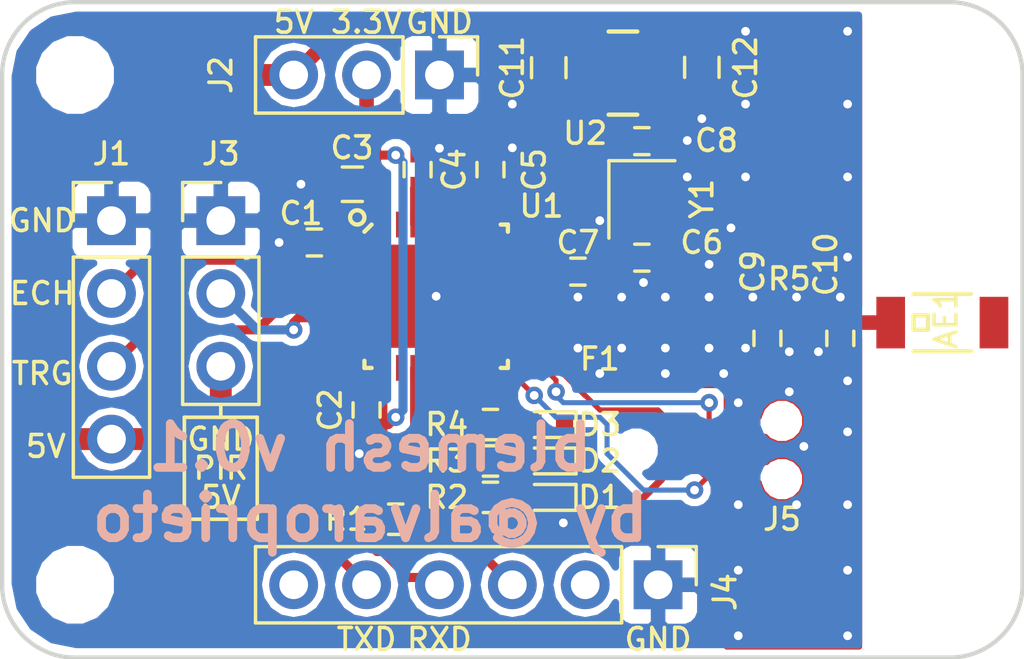
<source format=kicad_pcb>
(kicad_pcb (version 4) (host pcbnew 4.0.7-e2-6376~58~ubuntu16.04.1)

  (general
    (links 117)
    (no_connects 0)
    (area 155.590457 82.2326 205.089543 108.3674)
    (thickness 1.6)
    (drawings 27)
    (tracks 221)
    (zones 0)
    (modules 73)
    (nets 41)
  )

  (page A4)
  (title_block
    (title Nui)
    (date 2018-01-01)
    (rev 0.0.1)
    (company "Alvaro Prieto")
  )

  (layers
    (0 F.Cu signal)
    (31 B.Cu signal)
    (32 B.Adhes user)
    (33 F.Adhes user)
    (34 B.Paste user)
    (35 F.Paste user)
    (36 B.SilkS user)
    (37 F.SilkS user)
    (38 B.Mask user)
    (39 F.Mask user)
    (40 Dwgs.User user)
    (41 Cmts.User user)
    (42 Eco1.User user)
    (43 Eco2.User user)
    (44 Edge.Cuts user)
    (45 Margin user)
    (46 B.CrtYd user)
    (47 F.CrtYd user)
    (48 B.Fab user)
    (49 F.Fab user hide)
  )

  (setup
    (last_trace_width 0.1524)
    (user_trace_width 0.1778)
    (user_trace_width 0.254)
    (user_trace_width 0.3175)
    (user_trace_width 0.381)
    (user_trace_width 0.508)
    (user_trace_width 0.635)
    (user_trace_width 0.762)
    (trace_clearance 0.1524)
    (zone_clearance 0.2032)
    (zone_45_only no)
    (trace_min 0.1524)
    (segment_width 0.127)
    (edge_width 0.15)
    (via_size 0.6096)
    (via_drill 0.3048)
    (via_min_size 0.6096)
    (via_min_drill 0.3048)
    (uvia_size 0.3)
    (uvia_drill 0.1)
    (uvias_allowed no)
    (uvia_min_size 0)
    (uvia_min_drill 0)
    (pcb_text_width 0.3)
    (pcb_text_size 1.5 1.5)
    (mod_edge_width 0.15)
    (mod_text_size 1 1)
    (mod_text_width 0.15)
    (pad_size 0.6096 0.6096)
    (pad_drill 0.3048)
    (pad_to_mask_clearance 0.0508)
    (aux_axis_origin 0 0)
    (visible_elements FFFFFF7F)
    (pcbplotparams
      (layerselection 0x010fc_80000001)
      (usegerberextensions true)
      (excludeedgelayer true)
      (linewidth 0.100000)
      (plotframeref false)
      (viasonmask false)
      (mode 1)
      (useauxorigin false)
      (hpglpennumber 1)
      (hpglpenspeed 20)
      (hpglpendiameter 15)
      (hpglpenoverlay 2)
      (psnegative false)
      (psa4output false)
      (plotreference true)
      (plotvalue true)
      (plotinvisibletext false)
      (padsonsilk false)
      (subtractmaskfromsilk false)
      (outputformat 1)
      (mirror false)
      (drillshape 0)
      (scaleselection 1)
      (outputdirectory gerbers/))
  )

  (net 0 "")
  (net 1 +3V3)
  (net 2 "Net-(U1-Pad15)")
  (net 3 "Net-(U1-Pad21)")
  (net 4 GNDD)
  (net 5 "Net-(AE1-Pad1)")
  (net 6 "Net-(F1-Pad1)")
  (net 7 /SWDIO)
  (net 8 /SWDCLK)
  (net 9 /nRST)
  (net 10 "Net-(U1-Pad14)")
  (net 11 "Net-(U1-Pad27)")
  (net 12 "Net-(U1-Pad28)")
  (net 13 "Net-(U1-Pad31)")
  (net 14 "Net-(U1-Pad10)")
  (net 15 "Net-(C1-Pad1)")
  (net 16 "Net-(C4-Pad1)")
  (net 17 "Net-(C6-Pad1)")
  (net 18 "Net-(C7-Pad2)")
  (net 19 "Net-(C8-Pad2)")
  (net 20 "Net-(C9-Pad1)")
  (net 21 /5V)
  (net 22 "Net-(D1-Pad2)")
  (net 23 "Net-(D2-Pad2)")
  (net 24 "Net-(D3-Pad2)")
  (net 25 /ECHO)
  (net 26 /TRIG)
  (net 27 "Net-(J4-Pad2)")
  (net 28 "Net-(J4-Pad3)")
  (net 29 /RXD)
  (net 30 /TXD)
  (net 31 "Net-(J4-Pad6)")
  (net 32 "Net-(J5-Pad6)")
  (net 33 /LED1)
  (net 34 /LED2)
  (net 35 /LED3)
  (net 36 "Net-(U1-Pad2)")
  (net 37 "Net-(U1-Pad3)")
  (net 38 /PIR)
  (net 39 "Net-(U2-Pad4)")
  (net 40 "Net-(U1-Pad26)")

  (net_class Default "This is the default net class."
    (clearance 0.1524)
    (trace_width 0.1524)
    (via_dia 0.6096)
    (via_drill 0.3048)
    (uvia_dia 0.3)
    (uvia_drill 0.1)
    (add_net +3V3)
    (add_net /5V)
    (add_net /ECHO)
    (add_net /LED1)
    (add_net /LED2)
    (add_net /LED3)
    (add_net /PIR)
    (add_net /RXD)
    (add_net /SWDCLK)
    (add_net /SWDIO)
    (add_net /TRIG)
    (add_net /TXD)
    (add_net /nRST)
    (add_net GNDD)
    (add_net "Net-(AE1-Pad1)")
    (add_net "Net-(C1-Pad1)")
    (add_net "Net-(C4-Pad1)")
    (add_net "Net-(C6-Pad1)")
    (add_net "Net-(C7-Pad2)")
    (add_net "Net-(C8-Pad2)")
    (add_net "Net-(C9-Pad1)")
    (add_net "Net-(D1-Pad2)")
    (add_net "Net-(D2-Pad2)")
    (add_net "Net-(D3-Pad2)")
    (add_net "Net-(F1-Pad1)")
    (add_net "Net-(J4-Pad2)")
    (add_net "Net-(J4-Pad3)")
    (add_net "Net-(J4-Pad6)")
    (add_net "Net-(J5-Pad6)")
    (add_net "Net-(U1-Pad10)")
    (add_net "Net-(U1-Pad14)")
    (add_net "Net-(U1-Pad15)")
    (add_net "Net-(U1-Pad2)")
    (add_net "Net-(U1-Pad21)")
    (add_net "Net-(U1-Pad26)")
    (add_net "Net-(U1-Pad27)")
    (add_net "Net-(U1-Pad28)")
    (add_net "Net-(U1-Pad3)")
    (add_net "Net-(U1-Pad31)")
    (add_net "Net-(U2-Pad4)")
  )

  (module alvarop:2450FM07A0029T (layer F.Cu) (tedit 5AD3AAB4) (tstamp 5AD24697)
    (at 181.9685 94.996)
    (path /5AAF3CF2)
    (fp_text reference F1 (at 1.4195 1.27) (layer F.SilkS)
      (effects (font (size 0.762 0.762) (thickness 0.127)))
    )
    (fp_text value 2450FM07A0029T (at 0 -1.4224) (layer F.Fab)
      (effects (font (size 0.762 0.762) (thickness 0.127)))
    )
    (pad 3 smd rect (at 0.6125 0) (size 0.6 0.6) (layers F.Cu F.Paste F.Mask)
      (net 20 "Net-(C9-Pad1)") (solder_paste_margin -0.0508))
    (pad 1 smd rect (at -0.6125 0) (size 0.6 0.6) (layers F.Cu F.Paste F.Mask)
      (net 6 "Net-(F1-Pad1)") (solder_paste_margin -0.0508))
    (pad 2 smd rect (at 0 0.3625) (size 0.3 0.725) (layers F.Cu F.Paste F.Mask)
      (net 4 GNDD) (solder_paste_margin -0.0508))
    (pad 4 smd rect (at 0 -0.3625) (size 0.3 0.725) (layers F.Cu F.Paste F.Mask)
      (net 4 GNDD) (solder_paste_margin -0.0508))
  )

  (module alvarop:via-0.6mm (layer F.Cu) (tedit 5AD39840) (tstamp 5AD3A0DF)
    (at 189.992 97.409)
    (fp_text reference REF** (at 0 1) (layer F.SilkS) hide
      (effects (font (size 1 1) (thickness 0.15)))
    )
    (fp_text value via-0.6mm (at 0 -1) (layer F.Fab) hide
      (effects (font (size 1 1) (thickness 0.15)))
    )
    (pad 1 thru_hole circle (at 0 0) (size 0.6096 0.6096) (drill 0.3048) (layers *.Cu)
      (net 4 GNDD) (zone_connect 2))
  )

  (module alvarop:via-0.6mm (layer F.Cu) (tedit 5AD39840) (tstamp 5AD3A0D9)
    (at 190.246 101.346)
    (fp_text reference REF** (at 0 1) (layer F.SilkS) hide
      (effects (font (size 1 1) (thickness 0.15)))
    )
    (fp_text value via-0.6mm (at 0 -1) (layer F.Fab) hide
      (effects (font (size 1 1) (thickness 0.15)))
    )
    (pad 1 thru_hole circle (at 0 0) (size 0.6096 0.6096) (drill 0.3048) (layers *.Cu)
      (net 4 GNDD) (zone_connect 2))
  )

  (module alvarop:via-0.6mm (layer F.Cu) (tedit 5AD39840) (tstamp 5AD3A04A)
    (at 184.912 93.599)
    (fp_text reference REF** (at 0 1) (layer F.SilkS) hide
      (effects (font (size 1 1) (thickness 0.15)))
    )
    (fp_text value via-0.6mm (at 0 -1) (layer F.Fab) hide
      (effects (font (size 1 1) (thickness 0.15)))
    )
    (pad 1 thru_hole circle (at 0 0) (size 0.6096 0.6096) (drill 0.3048) (layers *.Cu)
      (net 4 GNDD) (zone_connect 2))
  )

  (module alvarop:via-0.6mm (layer F.Cu) (tedit 5AD39840) (tstamp 5AD39C33)
    (at 192.024 97.028)
    (fp_text reference REF** (at 0 1) (layer F.SilkS) hide
      (effects (font (size 1 1) (thickness 0.15)))
    )
    (fp_text value via-0.6mm (at 0 -1) (layer F.Fab) hide
      (effects (font (size 1 1) (thickness 0.15)))
    )
    (pad 1 thru_hole circle (at 0 0) (size 0.6096 0.6096) (drill 0.3048) (layers *.Cu)
      (net 4 GNDD) (zone_connect 2))
  )

  (module alvarop:via-0.6mm (layer F.Cu) (tedit 5AD39840) (tstamp 5AD39CDD)
    (at 192.024 98.806)
    (fp_text reference REF** (at 0 1) (layer F.SilkS) hide
      (effects (font (size 1 1) (thickness 0.15)))
    )
    (fp_text value via-0.6mm (at 0 -1) (layer F.Fab) hide
      (effects (font (size 1 1) (thickness 0.15)))
    )
    (pad 1 thru_hole circle (at 0 0) (size 0.6096 0.6096) (drill 0.3048) (layers *.Cu)
      (net 4 GNDD) (zone_connect 2))
  )

  (module alvarop:via-0.6mm (layer F.Cu) (tedit 5AD39840) (tstamp 5AD39CD9)
    (at 192.024 101.346)
    (fp_text reference REF** (at 0 1) (layer F.SilkS) hide
      (effects (font (size 1 1) (thickness 0.15)))
    )
    (fp_text value via-0.6mm (at 0 -1) (layer F.Fab) hide
      (effects (font (size 1 1) (thickness 0.15)))
    )
    (pad 1 thru_hole circle (at 0 0) (size 0.6096 0.6096) (drill 0.3048) (layers *.Cu)
      (net 4 GNDD) (zone_connect 2))
  )

  (module alvarop:via-0.6mm (layer F.Cu) (tedit 5AD39840) (tstamp 5AD39CD0)
    (at 192.024 105.918)
    (fp_text reference REF** (at 0 1) (layer F.SilkS) hide
      (effects (font (size 1 1) (thickness 0.15)))
    )
    (fp_text value via-0.6mm (at 0 -1) (layer F.Fab) hide
      (effects (font (size 1 1) (thickness 0.15)))
    )
    (pad 1 thru_hole circle (at 0 0) (size 0.6096 0.6096) (drill 0.3048) (layers *.Cu)
      (net 4 GNDD) (zone_connect 2))
  )

  (module alvarop:via-0.6mm (layer F.Cu) (tedit 5AD39840) (tstamp 5AD39CCC)
    (at 192.024 103.632)
    (fp_text reference REF** (at 0 1) (layer F.SilkS) hide
      (effects (font (size 1 1) (thickness 0.15)))
    )
    (fp_text value via-0.6mm (at 0 -1) (layer F.Fab) hide
      (effects (font (size 1 1) (thickness 0.15)))
    )
    (pad 1 thru_hole circle (at 0 0) (size 0.6096 0.6096) (drill 0.3048) (layers *.Cu)
      (net 4 GNDD) (zone_connect 2))
  )

  (module alvarop:via-0.6mm (layer F.Cu) (tedit 5AD39840) (tstamp 5AD39CC3)
    (at 188.214 105.918)
    (fp_text reference REF** (at 0 1) (layer F.SilkS) hide
      (effects (font (size 1 1) (thickness 0.15)))
    )
    (fp_text value via-0.6mm (at 0 -1) (layer F.Fab) hide
      (effects (font (size 1 1) (thickness 0.15)))
    )
    (pad 1 thru_hole circle (at 0 0) (size 0.6096 0.6096) (drill 0.3048) (layers *.Cu)
      (net 4 GNDD) (zone_connect 2))
  )

  (module alvarop:via-0.6mm (layer F.Cu) (tedit 5AD39ECE) (tstamp 5AD39CBF)
    (at 188.214 103.632)
    (fp_text reference REF** (at 0 1) (layer F.SilkS) hide
      (effects (font (size 1 1) (thickness 0.15)))
    )
    (fp_text value via-0.6mm (at 0 -1) (layer F.Fab) hide
      (effects (font (size 1 1) (thickness 0.15)))
    )
    (pad 1 thru_hole circle (at 0 0) (size 0.6096 0.6096) (drill 0.3048) (layers *.Cu)
      (net 4 GNDD) (zone_connect 2))
  )

  (module alvarop:via-0.6mm (layer F.Cu) (tedit 5AD39840) (tstamp 5AD39CBB)
    (at 188.214 101.346)
    (fp_text reference REF** (at 0 1) (layer F.SilkS) hide
      (effects (font (size 1 1) (thickness 0.15)))
    )
    (fp_text value via-0.6mm (at 0 -1) (layer F.Fab) hide
      (effects (font (size 1 1) (thickness 0.15)))
    )
    (pad 1 thru_hole circle (at 0 0) (size 0.6096 0.6096) (drill 0.3048) (layers *.Cu)
      (net 4 GNDD) (zone_connect 2))
  )

  (module alvarop:via-0.6mm (layer F.Cu) (tedit 5AD39840) (tstamp 5AD39CB7)
    (at 190.5 99.314)
    (fp_text reference REF** (at 0 1) (layer F.SilkS) hide
      (effects (font (size 1 1) (thickness 0.15)))
    )
    (fp_text value via-0.6mm (at 0 -1) (layer F.Fab) hide
      (effects (font (size 1 1) (thickness 0.15)))
    )
    (pad 1 thru_hole circle (at 0 0) (size 0.6096 0.6096) (drill 0.3048) (layers *.Cu)
      (net 4 GNDD) (zone_connect 2))
  )

  (module alvarop:via-0.6mm (layer F.Cu) (tedit 5AD39840) (tstamp 5AD39CB3)
    (at 188.214 97.79)
    (fp_text reference REF** (at 0 1) (layer F.SilkS) hide
      (effects (font (size 1 1) (thickness 0.15)))
    )
    (fp_text value via-0.6mm (at 0 -1) (layer F.Fab) hide
      (effects (font (size 1 1) (thickness 0.15)))
    )
    (pad 1 thru_hole circle (at 0 0) (size 0.6096 0.6096) (drill 0.3048) (layers *.Cu)
      (net 4 GNDD) (zone_connect 2))
  )

  (module alvarop:via-0.6mm (layer F.Cu) (tedit 5AD39840) (tstamp 5AD39CAF)
    (at 187.706 96.774)
    (fp_text reference REF** (at 0 1) (layer F.SilkS) hide
      (effects (font (size 1 1) (thickness 0.15)))
    )
    (fp_text value via-0.6mm (at 0 -1) (layer F.Fab) hide
      (effects (font (size 1 1) (thickness 0.15)))
    )
    (pad 1 thru_hole circle (at 0 0) (size 0.6096 0.6096) (drill 0.3048) (layers *.Cu)
      (net 4 GNDD) (zone_connect 2))
  )

  (module alvarop:via-0.6mm (layer F.Cu) (tedit 5AD39840) (tstamp 5AD39CAB)
    (at 185.674 96.774)
    (fp_text reference REF** (at 0 1) (layer F.SilkS) hide
      (effects (font (size 1 1) (thickness 0.15)))
    )
    (fp_text value via-0.6mm (at 0 -1) (layer F.Fab) hide
      (effects (font (size 1 1) (thickness 0.15)))
    )
    (pad 1 thru_hole circle (at 0 0) (size 0.6096 0.6096) (drill 0.3048) (layers *.Cu)
      (net 4 GNDD) (zone_connect 2))
  )

  (module alvarop:via-0.6mm (layer F.Cu) (tedit 5AD39840) (tstamp 5AD39CA7)
    (at 183.388 96.774)
    (fp_text reference REF** (at 0 1) (layer F.SilkS) hide
      (effects (font (size 1 1) (thickness 0.15)))
    )
    (fp_text value via-0.6mm (at 0 -1) (layer F.Fab) hide
      (effects (font (size 1 1) (thickness 0.15)))
    )
    (pad 1 thru_hole circle (at 0 0) (size 0.6096 0.6096) (drill 0.3048) (layers *.Cu)
      (net 4 GNDD) (zone_connect 2))
  )

  (module alvarop:via-0.6mm (layer F.Cu) (tedit 5AD39840) (tstamp 5AD39CA3)
    (at 192.024 87.376)
    (fp_text reference REF** (at 0 1) (layer F.SilkS) hide
      (effects (font (size 1 1) (thickness 0.15)))
    )
    (fp_text value via-0.6mm (at 0 -1) (layer F.Fab) hide
      (effects (font (size 1 1) (thickness 0.15)))
    )
    (pad 1 thru_hole circle (at 0 0) (size 0.6096 0.6096) (drill 0.3048) (layers *.Cu)
      (net 4 GNDD) (zone_connect 2))
  )

  (module alvarop:via-0.6mm (layer F.Cu) (tedit 5AD39840) (tstamp 5AD39C9F)
    (at 192.024 89.916)
    (fp_text reference REF** (at 0 1) (layer F.SilkS) hide
      (effects (font (size 1 1) (thickness 0.15)))
    )
    (fp_text value via-0.6mm (at 0 -1) (layer F.Fab) hide
      (effects (font (size 1 1) (thickness 0.15)))
    )
    (pad 1 thru_hole circle (at 0 0) (size 0.6096 0.6096) (drill 0.3048) (layers *.Cu)
      (net 4 GNDD) (zone_connect 2))
  )

  (module alvarop:via-0.6mm (layer F.Cu) (tedit 5AD39840) (tstamp 5AD39C9B)
    (at 192.024 92.71)
    (fp_text reference REF** (at 0 1) (layer F.SilkS) hide
      (effects (font (size 1 1) (thickness 0.15)))
    )
    (fp_text value via-0.6mm (at 0 -1) (layer F.Fab) hide
      (effects (font (size 1 1) (thickness 0.15)))
    )
    (pad 1 thru_hole circle (at 0 0) (size 0.6096 0.6096) (drill 0.3048) (layers *.Cu)
      (net 4 GNDD) (zone_connect 2))
  )

  (module alvarop:via-0.6mm (layer F.Cu) (tedit 5AD39840) (tstamp 5AD39C97)
    (at 187.198 92.964)
    (fp_text reference REF** (at 0 1) (layer F.SilkS) hide
      (effects (font (size 1 1) (thickness 0.15)))
    )
    (fp_text value via-0.6mm (at 0 -1) (layer F.Fab) hide
      (effects (font (size 1 1) (thickness 0.15)))
    )
    (pad 1 thru_hole circle (at 0 0) (size 0.6096 0.6096) (drill 0.3048) (layers *.Cu)
      (net 4 GNDD) (zone_connect 2))
  )

  (module alvarop:via-0.6mm (layer F.Cu) (tedit 5AD39840) (tstamp 5AD39C93)
    (at 187.96 91.694)
    (fp_text reference REF** (at 0 1) (layer F.SilkS) hide
      (effects (font (size 1 1) (thickness 0.15)))
    )
    (fp_text value via-0.6mm (at 0 -1) (layer F.Fab) hide
      (effects (font (size 1 1) (thickness 0.15)))
    )
    (pad 1 thru_hole circle (at 0 0) (size 0.6096 0.6096) (drill 0.3048) (layers *.Cu)
      (net 4 GNDD) (zone_connect 2))
  )

  (module alvarop:via-0.6mm (layer F.Cu) (tedit 5AD39840) (tstamp 5AD39C8F)
    (at 188.468 89.916)
    (fp_text reference REF** (at 0 1) (layer F.SilkS) hide
      (effects (font (size 1 1) (thickness 0.15)))
    )
    (fp_text value via-0.6mm (at 0 -1) (layer F.Fab) hide
      (effects (font (size 1 1) (thickness 0.15)))
    )
    (pad 1 thru_hole circle (at 0 0) (size 0.6096 0.6096) (drill 0.3048) (layers *.Cu)
      (net 4 GNDD) (zone_connect 2))
  )

  (module alvarop:via-0.6mm (layer F.Cu) (tedit 5AD39840) (tstamp 5AD39C8B)
    (at 188.468 87.376)
    (fp_text reference REF** (at 0 1) (layer F.SilkS) hide
      (effects (font (size 1 1) (thickness 0.15)))
    )
    (fp_text value via-0.6mm (at 0 -1) (layer F.Fab) hide
      (effects (font (size 1 1) (thickness 0.15)))
    )
    (pad 1 thru_hole circle (at 0 0) (size 0.6096 0.6096) (drill 0.3048) (layers *.Cu)
      (net 4 GNDD) (zone_connect 2))
  )

  (module alvarop:via-0.6mm (layer F.Cu) (tedit 5AD39840) (tstamp 5AD39C87)
    (at 192.024 84.836)
    (fp_text reference REF** (at 0 1) (layer F.SilkS) hide
      (effects (font (size 1 1) (thickness 0.15)))
    )
    (fp_text value via-0.6mm (at 0 -1) (layer F.Fab) hide
      (effects (font (size 1 1) (thickness 0.15)))
    )
    (pad 1 thru_hole circle (at 0 0) (size 0.6096 0.6096) (drill 0.3048) (layers *.Cu)
      (net 4 GNDD) (zone_connect 2))
  )

  (module alvarop:via-0.6mm (layer F.Cu) (tedit 5AD39840) (tstamp 5AD39C83)
    (at 188.468 84.836)
    (fp_text reference REF** (at 0 1) (layer F.SilkS) hide
      (effects (font (size 1 1) (thickness 0.15)))
    )
    (fp_text value via-0.6mm (at 0 -1) (layer F.Fab) hide
      (effects (font (size 1 1) (thickness 0.15)))
    )
    (pad 1 thru_hole circle (at 0 0) (size 0.6096 0.6096) (drill 0.3048) (layers *.Cu)
      (net 4 GNDD) (zone_connect 2))
  )

  (module alvarop:via-0.6mm (layer F.Cu) (tedit 5AD39840) (tstamp 5AD39BF6)
    (at 191.008 96.012)
    (fp_text reference REF** (at 0 1) (layer F.SilkS) hide
      (effects (font (size 1 1) (thickness 0.15)))
    )
    (fp_text value via-0.6mm (at 0 -1) (layer F.Fab) hide
      (effects (font (size 1 1) (thickness 0.15)))
    )
    (pad 1 thru_hole circle (at 0 0) (size 0.6096 0.6096) (drill 0.3048) (layers *.Cu)
      (net 4 GNDD) (zone_connect 2))
  )

  (module alvarop:via-0.6mm (layer F.Cu) (tedit 5AD39840) (tstamp 5AD39BF2)
    (at 189.992 96.012)
    (fp_text reference REF** (at 0 1) (layer F.SilkS) hide
      (effects (font (size 1 1) (thickness 0.15)))
    )
    (fp_text value via-0.6mm (at 0 -1) (layer F.Fab) hide
      (effects (font (size 1 1) (thickness 0.15)))
    )
    (pad 1 thru_hole circle (at 0 0) (size 0.6096 0.6096) (drill 0.3048) (layers *.Cu)
      (net 4 GNDD) (zone_connect 2))
  )

  (module alvarop:via-0.6mm (layer F.Cu) (tedit 5AD39840) (tstamp 5AD39BEE)
    (at 188.468 95.885)
    (fp_text reference REF** (at 0 1) (layer F.SilkS) hide
      (effects (font (size 1 1) (thickness 0.15)))
    )
    (fp_text value via-0.6mm (at 0 -1) (layer F.Fab) hide
      (effects (font (size 1 1) (thickness 0.15)))
    )
    (pad 1 thru_hole circle (at 0 0) (size 0.6096 0.6096) (drill 0.3048) (layers *.Cu)
      (net 4 GNDD) (zone_connect 2))
  )

  (module alvarop:via-0.6mm (layer F.Cu) (tedit 5AD39840) (tstamp 5AD39BE6)
    (at 187.198 95.885)
    (fp_text reference REF** (at 0 1) (layer F.SilkS) hide
      (effects (font (size 1 1) (thickness 0.15)))
    )
    (fp_text value via-0.6mm (at 0 -1) (layer F.Fab) hide
      (effects (font (size 1 1) (thickness 0.15)))
    )
    (pad 1 thru_hole circle (at 0 0) (size 0.6096 0.6096) (drill 0.3048) (layers *.Cu)
      (net 4 GNDD) (zone_connect 2))
  )

  (module alvarop:via-0.6mm (layer F.Cu) (tedit 5AD39840) (tstamp 5AD39BDE)
    (at 185.674 95.885)
    (fp_text reference REF** (at 0 1) (layer F.SilkS) hide
      (effects (font (size 1 1) (thickness 0.15)))
    )
    (fp_text value via-0.6mm (at 0 -1) (layer F.Fab) hide
      (effects (font (size 1 1) (thickness 0.15)))
    )
    (pad 1 thru_hole circle (at 0 0) (size 0.6096 0.6096) (drill 0.3048) (layers *.Cu)
      (net 4 GNDD) (zone_connect 2))
  )

  (module alvarop:via-0.6mm (layer F.Cu) (tedit 5AD39840) (tstamp 5AD39BD6)
    (at 184.15 95.885)
    (fp_text reference REF** (at 0 1) (layer F.SilkS) hide
      (effects (font (size 1 1) (thickness 0.15)))
    )
    (fp_text value via-0.6mm (at 0 -1) (layer F.Fab) hide
      (effects (font (size 1 1) (thickness 0.15)))
    )
    (pad 1 thru_hole circle (at 0 0) (size 0.6096 0.6096) (drill 0.3048) (layers *.Cu)
      (net 4 GNDD) (zone_connect 2))
  )

  (module alvarop:via-0.6mm (layer F.Cu) (tedit 5AD39840) (tstamp 5AD39BCE)
    (at 182.626 95.885)
    (fp_text reference REF** (at 0 1) (layer F.SilkS) hide
      (effects (font (size 1 1) (thickness 0.15)))
    )
    (fp_text value via-0.6mm (at 0 -1) (layer F.Fab) hide
      (effects (font (size 1 1) (thickness 0.15)))
    )
    (pad 1 thru_hole circle (at 0 0) (size 0.6096 0.6096) (drill 0.3048) (layers *.Cu)
      (net 4 GNDD) (zone_connect 2))
  )

  (module alvarop:via-0.6mm (layer F.Cu) (tedit 5AD39840) (tstamp 5AD39BC0)
    (at 191.77 94.107)
    (fp_text reference REF** (at 0 1) (layer F.SilkS) hide
      (effects (font (size 1 1) (thickness 0.15)))
    )
    (fp_text value via-0.6mm (at 0 -1) (layer F.Fab) hide
      (effects (font (size 1 1) (thickness 0.15)))
    )
    (pad 1 thru_hole circle (at 0 0) (size 0.6096 0.6096) (drill 0.3048) (layers *.Cu)
      (net 4 GNDD) (zone_connect 2))
  )

  (module alvarop:via-0.6mm (layer F.Cu) (tedit 5AD39840) (tstamp 5AD39BB8)
    (at 190.246 94.107)
    (fp_text reference REF** (at 0 1) (layer F.SilkS) hide
      (effects (font (size 1 1) (thickness 0.15)))
    )
    (fp_text value via-0.6mm (at 0 -1) (layer F.Fab) hide
      (effects (font (size 1 1) (thickness 0.15)))
    )
    (pad 1 thru_hole circle (at 0 0) (size 0.6096 0.6096) (drill 0.3048) (layers *.Cu)
      (net 4 GNDD) (zone_connect 2))
  )

  (module alvarop:via-0.6mm (layer F.Cu) (tedit 5AD39840) (tstamp 5AD39BB0)
    (at 188.722 94.107)
    (fp_text reference REF** (at 0 1) (layer F.SilkS) hide
      (effects (font (size 1 1) (thickness 0.15)))
    )
    (fp_text value via-0.6mm (at 0 -1) (layer F.Fab) hide
      (effects (font (size 1 1) (thickness 0.15)))
    )
    (pad 1 thru_hole circle (at 0 0) (size 0.6096 0.6096) (drill 0.3048) (layers *.Cu)
      (net 4 GNDD) (zone_connect 2))
  )

  (module alvarop:via-0.6mm (layer F.Cu) (tedit 5AD39840) (tstamp 5AD39B75)
    (at 187.198 94.107)
    (fp_text reference REF** (at 0 1) (layer F.SilkS) hide
      (effects (font (size 1 1) (thickness 0.15)))
    )
    (fp_text value via-0.6mm (at 0 -1) (layer F.Fab) hide
      (effects (font (size 1 1) (thickness 0.15)))
    )
    (pad 1 thru_hole circle (at 0 0) (size 0.6096 0.6096) (drill 0.3048) (layers *.Cu)
      (net 4 GNDD) (zone_connect 2))
  )

  (module alvarop:via-0.6mm (layer F.Cu) (tedit 5AD39840) (tstamp 5AD39B6D)
    (at 185.674 94.107)
    (fp_text reference REF** (at 0 1) (layer F.SilkS) hide
      (effects (font (size 1 1) (thickness 0.15)))
    )
    (fp_text value via-0.6mm (at 0 -1) (layer F.Fab) hide
      (effects (font (size 1 1) (thickness 0.15)))
    )
    (pad 1 thru_hole circle (at 0 0) (size 0.6096 0.6096) (drill 0.3048) (layers *.Cu)
      (net 4 GNDD) (zone_connect 2))
  )

  (module alvarop:via-0.6mm (layer F.Cu) (tedit 5AD39840) (tstamp 5AD39B65)
    (at 184.15 94.107)
    (fp_text reference REF** (at 0 1) (layer F.SilkS) hide
      (effects (font (size 1 1) (thickness 0.15)))
    )
    (fp_text value via-0.6mm (at 0 -1) (layer F.Fab) hide
      (effects (font (size 1 1) (thickness 0.15)))
    )
    (pad 1 thru_hole circle (at 0 0) (size 0.6096 0.6096) (drill 0.3048) (layers *.Cu)
      (net 4 GNDD) (zone_connect 2))
  )

  (module Mounting_Holes:MountingHole_2.2mm_M2 (layer F.Cu) (tedit 5AD3955E) (tstamp 5AD397EA)
    (at 195.58 86.36)
    (descr "Mounting Hole 2.2mm, no annular, M2")
    (tags "mounting hole 2.2mm no annular m2")
    (attr virtual)
    (fp_text reference REF** (at 0 -3.2) (layer F.SilkS) hide
      (effects (font (size 1 1) (thickness 0.15)))
    )
    (fp_text value MountingHole_2.2mm_M2 (at 0 3.2) (layer F.Fab)
      (effects (font (size 1 1) (thickness 0.15)))
    )
    (fp_text user %R (at 0.3 0) (layer F.Fab)
      (effects (font (size 1 1) (thickness 0.15)))
    )
    (fp_circle (center 0 0) (end 2.2 0) (layer Cmts.User) (width 0.15))
    (fp_circle (center 0 0) (end 2.45 0) (layer F.CrtYd) (width 0.05))
    (pad 1 np_thru_hole circle (at 0 0) (size 2.2 2.2) (drill 2.2) (layers *.Cu *.Mask))
  )

  (module Mounting_Holes:MountingHole_2.2mm_M2 (layer F.Cu) (tedit 5AD3955E) (tstamp 5AD397E6)
    (at 195.58 104.14)
    (descr "Mounting Hole 2.2mm, no annular, M2")
    (tags "mounting hole 2.2mm no annular m2")
    (attr virtual)
    (fp_text reference REF** (at 0 -3.2) (layer F.SilkS) hide
      (effects (font (size 1 1) (thickness 0.15)))
    )
    (fp_text value MountingHole_2.2mm_M2 (at 0 3.2) (layer F.Fab)
      (effects (font (size 1 1) (thickness 0.15)))
    )
    (fp_text user %R (at 0.3 0) (layer F.Fab)
      (effects (font (size 1 1) (thickness 0.15)))
    )
    (fp_circle (center 0 0) (end 2.2 0) (layer Cmts.User) (width 0.15))
    (fp_circle (center 0 0) (end 2.45 0) (layer F.CrtYd) (width 0.05))
    (pad 1 np_thru_hole circle (at 0 0) (size 2.2 2.2) (drill 2.2) (layers *.Cu *.Mask))
  )

  (module Mounting_Holes:MountingHole_2.2mm_M2 (layer F.Cu) (tedit 5AD3955E) (tstamp 5AD397E2)
    (at 165.1 104.14)
    (descr "Mounting Hole 2.2mm, no annular, M2")
    (tags "mounting hole 2.2mm no annular m2")
    (attr virtual)
    (fp_text reference REF** (at 0 -3.2) (layer F.SilkS) hide
      (effects (font (size 1 1) (thickness 0.15)))
    )
    (fp_text value MountingHole_2.2mm_M2 (at 0 3.2) (layer F.Fab)
      (effects (font (size 1 1) (thickness 0.15)))
    )
    (fp_text user %R (at 0.3 0) (layer F.Fab)
      (effects (font (size 1 1) (thickness 0.15)))
    )
    (fp_circle (center 0 0) (end 2.2 0) (layer Cmts.User) (width 0.15))
    (fp_circle (center 0 0) (end 2.45 0) (layer F.CrtYd) (width 0.05))
    (pad 1 np_thru_hole circle (at 0 0) (size 2.2 2.2) (drill 2.2) (layers *.Cu *.Mask))
  )

  (module Pin_Headers:Pin_Header_Straight_1x06_Pitch2.54mm (layer F.Cu) (tedit 59650532) (tstamp 5AD246A9)
    (at 185.42 104.14 270)
    (descr "Through hole straight pin header, 1x06, 2.54mm pitch, single row")
    (tags "Through hole pin header THT 1x06 2.54mm single row")
    (path /5AD258B6)
    (fp_text reference J4 (at 0.254 -2.33 270) (layer F.SilkS)
      (effects (font (size 0.762 0.762) (thickness 0.127)))
    )
    (fp_text value Conn_01x06 (at 0 15.03 270) (layer F.Fab)
      (effects (font (size 0.762 0.762) (thickness 0.127)))
    )
    (fp_line (start -0.635 -1.27) (end 1.27 -1.27) (layer F.Fab) (width 0.1))
    (fp_line (start 1.27 -1.27) (end 1.27 13.97) (layer F.Fab) (width 0.1))
    (fp_line (start 1.27 13.97) (end -1.27 13.97) (layer F.Fab) (width 0.1))
    (fp_line (start -1.27 13.97) (end -1.27 -0.635) (layer F.Fab) (width 0.1))
    (fp_line (start -1.27 -0.635) (end -0.635 -1.27) (layer F.Fab) (width 0.1))
    (fp_line (start -1.33 14.03) (end 1.33 14.03) (layer F.SilkS) (width 0.12))
    (fp_line (start -1.33 1.27) (end -1.33 14.03) (layer F.SilkS) (width 0.12))
    (fp_line (start 1.33 1.27) (end 1.33 14.03) (layer F.SilkS) (width 0.12))
    (fp_line (start -1.33 1.27) (end 1.33 1.27) (layer F.SilkS) (width 0.12))
    (fp_line (start -1.33 0) (end -1.33 -1.33) (layer F.SilkS) (width 0.12))
    (fp_line (start -1.33 -1.33) (end 0 -1.33) (layer F.SilkS) (width 0.12))
    (fp_line (start -1.8 -1.8) (end -1.8 14.5) (layer F.CrtYd) (width 0.05))
    (fp_line (start -1.8 14.5) (end 1.8 14.5) (layer F.CrtYd) (width 0.05))
    (fp_line (start 1.8 14.5) (end 1.8 -1.8) (layer F.CrtYd) (width 0.05))
    (fp_line (start 1.8 -1.8) (end -1.8 -1.8) (layer F.CrtYd) (width 0.05))
    (fp_text user %R (at 0 6.35 360) (layer F.Fab)
      (effects (font (size 0.762 0.762) (thickness 0.127)))
    )
    (pad 1 thru_hole rect (at 0 0 270) (size 1.7 1.7) (drill 1) (layers *.Cu *.Mask)
      (net 4 GNDD))
    (pad 2 thru_hole oval (at 0 2.54 270) (size 1.7 1.7) (drill 1) (layers *.Cu *.Mask)
      (net 27 "Net-(J4-Pad2)"))
    (pad 3 thru_hole oval (at 0 5.08 270) (size 1.7 1.7) (drill 1) (layers *.Cu *.Mask)
      (net 28 "Net-(J4-Pad3)"))
    (pad 4 thru_hole oval (at 0 7.62 270) (size 1.7 1.7) (drill 1) (layers *.Cu *.Mask)
      (net 29 /RXD))
    (pad 5 thru_hole oval (at 0 10.16 270) (size 1.7 1.7) (drill 1) (layers *.Cu *.Mask)
      (net 30 /TXD))
    (pad 6 thru_hole oval (at 0 12.7 270) (size 1.7 1.7) (drill 1) (layers *.Cu *.Mask)
      (net 31 "Net-(J4-Pad6)"))
    (model ${KISYS3DMOD}/Pin_Headers.3dshapes/Pin_Header_Straight_1x06_Pitch2.54mm.wrl
      (at (xyz 0 0 0))
      (scale (xyz 1 1 1))
      (rotate (xyz 0 0 0))
    )
  )

  (module alvarop:AMCA31-2R450G-S1F-T3 (layer F.Cu) (tedit 5A65471B) (tstamp 5AD24635)
    (at 195.326 94.996 90)
    (path /5AAF76F0)
    (fp_text reference AE1 (at 0.127 0.127 270) (layer F.SilkS)
      (effects (font (size 0.762 0.762) (thickness 0.127)))
    )
    (fp_text value Antenna (at -0.25 -3.25 90) (layer F.Fab)
      (effects (font (size 0.762 0.762) (thickness 0.127)))
    )
    (fp_line (start 1 -1) (end 1 1) (layer F.SilkS) (width 0.15))
    (fp_line (start -1 -1) (end -1 1) (layer F.SilkS) (width 0.15))
    (fp_line (start 0.25 -1) (end -0.25 -1) (layer F.SilkS) (width 0.15))
    (fp_line (start 0.25 -0.5) (end 0.25 -1) (layer F.SilkS) (width 0.15))
    (fp_line (start -0.25 -0.5) (end 0.25 -0.5) (layer F.SilkS) (width 0.15))
    (fp_line (start -0.25 -1) (end -0.25 -0.5) (layer F.SilkS) (width 0.15))
    (pad 1 smd rect (at 0 -1.8 90) (size 1.8 1) (layers F.Cu F.Paste F.Mask)
      (net 5 "Net-(AE1-Pad1)"))
    (pad "" smd rect (at 0 1.8 90) (size 1.8 1) (layers F.Cu F.Paste F.Mask))
  )

  (module Capacitors_SMD:C_0402 (layer F.Cu) (tedit 58AA841A) (tstamp 5AD2463B)
    (at 173.44 92.202 180)
    (descr "Capacitor SMD 0402, reflow soldering, AVX (see smccp.pdf)")
    (tags "capacitor 0402")
    (path /5AAE6F95)
    (attr smd)
    (fp_text reference C1 (at 0.466 1.016 180) (layer F.SilkS)
      (effects (font (size 0.762 0.762) (thickness 0.127)))
    )
    (fp_text value 0.1uF (at 0 1.27 180) (layer F.Fab)
      (effects (font (size 0.762 0.762) (thickness 0.127)))
    )
    (fp_text user %R (at 0 -1.27 180) (layer F.Fab)
      (effects (font (size 0.762 0.762) (thickness 0.127)))
    )
    (fp_line (start -0.5 0.25) (end -0.5 -0.25) (layer F.Fab) (width 0.1))
    (fp_line (start 0.5 0.25) (end -0.5 0.25) (layer F.Fab) (width 0.1))
    (fp_line (start 0.5 -0.25) (end 0.5 0.25) (layer F.Fab) (width 0.1))
    (fp_line (start -0.5 -0.25) (end 0.5 -0.25) (layer F.Fab) (width 0.1))
    (fp_line (start 0.25 -0.47) (end -0.25 -0.47) (layer F.SilkS) (width 0.12))
    (fp_line (start -0.25 0.47) (end 0.25 0.47) (layer F.SilkS) (width 0.12))
    (fp_line (start -1 -0.4) (end 1 -0.4) (layer F.CrtYd) (width 0.05))
    (fp_line (start -1 -0.4) (end -1 0.4) (layer F.CrtYd) (width 0.05))
    (fp_line (start 1 0.4) (end 1 -0.4) (layer F.CrtYd) (width 0.05))
    (fp_line (start 1 0.4) (end -1 0.4) (layer F.CrtYd) (width 0.05))
    (pad 1 smd rect (at -0.55 0 180) (size 0.6 0.5) (layers F.Cu F.Paste F.Mask)
      (net 15 "Net-(C1-Pad1)"))
    (pad 2 smd rect (at 0.55 0 180) (size 0.6 0.5) (layers F.Cu F.Paste F.Mask)
      (net 4 GNDD))
    (model Capacitors_SMD.3dshapes/C_0402.wrl
      (at (xyz 0 0 0))
      (scale (xyz 1 1 1))
      (rotate (xyz 0 0 0))
    )
  )

  (module Capacitors_SMD:C_0402 (layer F.Cu) (tedit 58AA841A) (tstamp 5AD24641)
    (at 175.26 98.044 270)
    (descr "Capacitor SMD 0402, reflow soldering, AVX (see smccp.pdf)")
    (tags "capacitor 0402")
    (path /5AAE6C34)
    (attr smd)
    (fp_text reference C2 (at 0 1.27 270) (layer F.SilkS)
      (effects (font (size 0.762 0.762) (thickness 0.127)))
    )
    (fp_text value 0.1uF (at 0 1.27 270) (layer F.Fab)
      (effects (font (size 0.762 0.762) (thickness 0.127)))
    )
    (fp_text user %R (at 0 -1.27 270) (layer F.Fab)
      (effects (font (size 0.762 0.762) (thickness 0.127)))
    )
    (fp_line (start -0.5 0.25) (end -0.5 -0.25) (layer F.Fab) (width 0.1))
    (fp_line (start 0.5 0.25) (end -0.5 0.25) (layer F.Fab) (width 0.1))
    (fp_line (start 0.5 -0.25) (end 0.5 0.25) (layer F.Fab) (width 0.1))
    (fp_line (start -0.5 -0.25) (end 0.5 -0.25) (layer F.Fab) (width 0.1))
    (fp_line (start 0.25 -0.47) (end -0.25 -0.47) (layer F.SilkS) (width 0.12))
    (fp_line (start -0.25 0.47) (end 0.25 0.47) (layer F.SilkS) (width 0.12))
    (fp_line (start -1 -0.4) (end 1 -0.4) (layer F.CrtYd) (width 0.05))
    (fp_line (start -1 -0.4) (end -1 0.4) (layer F.CrtYd) (width 0.05))
    (fp_line (start 1 0.4) (end 1 -0.4) (layer F.CrtYd) (width 0.05))
    (fp_line (start 1 0.4) (end -1 0.4) (layer F.CrtYd) (width 0.05))
    (pad 1 smd rect (at -0.55 0 270) (size 0.6 0.5) (layers F.Cu F.Paste F.Mask)
      (net 1 +3V3))
    (pad 2 smd rect (at 0.55 0 270) (size 0.6 0.5) (layers F.Cu F.Paste F.Mask)
      (net 4 GNDD))
    (model Capacitors_SMD.3dshapes/C_0402.wrl
      (at (xyz 0 0 0))
      (scale (xyz 1 1 1))
      (rotate (xyz 0 0 0))
    )
  )

  (module Capacitors_SMD:C_0603 (layer F.Cu) (tedit 59958EE7) (tstamp 5AD24647)
    (at 174.764 90.17 180)
    (descr "Capacitor SMD 0603, reflow soldering, AVX (see smccp.pdf)")
    (tags "capacitor 0603")
    (path /5AAE7672)
    (attr smd)
    (fp_text reference C3 (at 0.012 1.27 180) (layer F.SilkS)
      (effects (font (size 0.762 0.762) (thickness 0.127)))
    )
    (fp_text value 4.7uF (at 0 1.5 180) (layer F.Fab)
      (effects (font (size 0.762 0.762) (thickness 0.127)))
    )
    (fp_line (start 1.4 0.65) (end -1.4 0.65) (layer F.CrtYd) (width 0.05))
    (fp_line (start 1.4 0.65) (end 1.4 -0.65) (layer F.CrtYd) (width 0.05))
    (fp_line (start -1.4 -0.65) (end -1.4 0.65) (layer F.CrtYd) (width 0.05))
    (fp_line (start -1.4 -0.65) (end 1.4 -0.65) (layer F.CrtYd) (width 0.05))
    (fp_line (start 0.35 0.6) (end -0.35 0.6) (layer F.SilkS) (width 0.12))
    (fp_line (start -0.35 -0.6) (end 0.35 -0.6) (layer F.SilkS) (width 0.12))
    (fp_line (start -0.8 -0.4) (end 0.8 -0.4) (layer F.Fab) (width 0.1))
    (fp_line (start 0.8 -0.4) (end 0.8 0.4) (layer F.Fab) (width 0.1))
    (fp_line (start 0.8 0.4) (end -0.8 0.4) (layer F.Fab) (width 0.1))
    (fp_line (start -0.8 0.4) (end -0.8 -0.4) (layer F.Fab) (width 0.1))
    (fp_text user %R (at 0 0 180) (layer F.Fab)
      (effects (font (size 0.3 0.3) (thickness 0.075)))
    )
    (pad 2 smd rect (at 0.75 0 180) (size 0.8 0.75) (layers F.Cu F.Paste F.Mask)
      (net 4 GNDD))
    (pad 1 smd rect (at -0.75 0 180) (size 0.8 0.75) (layers F.Cu F.Paste F.Mask)
      (net 1 +3V3))
    (model Capacitors_SMD.3dshapes/C_0603.wrl
      (at (xyz 0 0 0))
      (scale (xyz 1 1 1))
      (rotate (xyz 0 0 0))
    )
  )

  (module Capacitors_SMD:C_0402 (layer F.Cu) (tedit 58AA841A) (tstamp 5AD2464D)
    (at 177.038 89.662 90)
    (descr "Capacitor SMD 0402, reflow soldering, AVX (see smccp.pdf)")
    (tags "capacitor 0402")
    (path /5AAE74A1)
    (attr smd)
    (fp_text reference C4 (at 0 1.27 90) (layer F.SilkS)
      (effects (font (size 0.762 0.762) (thickness 0.127)))
    )
    (fp_text value 1uF (at 0 1.27 90) (layer F.Fab)
      (effects (font (size 0.762 0.762) (thickness 0.127)))
    )
    (fp_text user %R (at 0 -1.27 90) (layer F.Fab)
      (effects (font (size 0.762 0.762) (thickness 0.127)))
    )
    (fp_line (start -0.5 0.25) (end -0.5 -0.25) (layer F.Fab) (width 0.1))
    (fp_line (start 0.5 0.25) (end -0.5 0.25) (layer F.Fab) (width 0.1))
    (fp_line (start 0.5 -0.25) (end 0.5 0.25) (layer F.Fab) (width 0.1))
    (fp_line (start -0.5 -0.25) (end 0.5 -0.25) (layer F.Fab) (width 0.1))
    (fp_line (start 0.25 -0.47) (end -0.25 -0.47) (layer F.SilkS) (width 0.12))
    (fp_line (start -0.25 0.47) (end 0.25 0.47) (layer F.SilkS) (width 0.12))
    (fp_line (start -1 -0.4) (end 1 -0.4) (layer F.CrtYd) (width 0.05))
    (fp_line (start -1 -0.4) (end -1 0.4) (layer F.CrtYd) (width 0.05))
    (fp_line (start 1 0.4) (end 1 -0.4) (layer F.CrtYd) (width 0.05))
    (fp_line (start 1 0.4) (end -1 0.4) (layer F.CrtYd) (width 0.05))
    (pad 1 smd rect (at -0.55 0 90) (size 0.6 0.5) (layers F.Cu F.Paste F.Mask)
      (net 16 "Net-(C4-Pad1)"))
    (pad 2 smd rect (at 0.55 0 90) (size 0.6 0.5) (layers F.Cu F.Paste F.Mask)
      (net 4 GNDD))
    (model Capacitors_SMD.3dshapes/C_0402.wrl
      (at (xyz 0 0 0))
      (scale (xyz 1 1 1))
      (rotate (xyz 0 0 0))
    )
  )

  (module Capacitors_SMD:C_0402 (layer F.Cu) (tedit 58AA841A) (tstamp 5AD24653)
    (at 179.578 89.662 90)
    (descr "Capacitor SMD 0402, reflow soldering, AVX (see smccp.pdf)")
    (tags "capacitor 0402")
    (path /5AAE72BB)
    (attr smd)
    (fp_text reference C5 (at 0 1.524 90) (layer F.SilkS)
      (effects (font (size 0.762 0.762) (thickness 0.127)))
    )
    (fp_text value 0.1uF (at 0 1.27 90) (layer F.Fab)
      (effects (font (size 0.762 0.762) (thickness 0.127)))
    )
    (fp_text user %R (at 0 -1.27 90) (layer F.Fab)
      (effects (font (size 0.762 0.762) (thickness 0.127)))
    )
    (fp_line (start -0.5 0.25) (end -0.5 -0.25) (layer F.Fab) (width 0.1))
    (fp_line (start 0.5 0.25) (end -0.5 0.25) (layer F.Fab) (width 0.1))
    (fp_line (start 0.5 -0.25) (end 0.5 0.25) (layer F.Fab) (width 0.1))
    (fp_line (start -0.5 -0.25) (end 0.5 -0.25) (layer F.Fab) (width 0.1))
    (fp_line (start 0.25 -0.47) (end -0.25 -0.47) (layer F.SilkS) (width 0.12))
    (fp_line (start -0.25 0.47) (end 0.25 0.47) (layer F.SilkS) (width 0.12))
    (fp_line (start -1 -0.4) (end 1 -0.4) (layer F.CrtYd) (width 0.05))
    (fp_line (start -1 -0.4) (end -1 0.4) (layer F.CrtYd) (width 0.05))
    (fp_line (start 1 0.4) (end 1 -0.4) (layer F.CrtYd) (width 0.05))
    (fp_line (start 1 0.4) (end -1 0.4) (layer F.CrtYd) (width 0.05))
    (pad 1 smd rect (at -0.55 0 90) (size 0.6 0.5) (layers F.Cu F.Paste F.Mask)
      (net 1 +3V3))
    (pad 2 smd rect (at 0.55 0 90) (size 0.6 0.5) (layers F.Cu F.Paste F.Mask)
      (net 4 GNDD))
    (model Capacitors_SMD.3dshapes/C_0402.wrl
      (at (xyz 0 0 0))
      (scale (xyz 1 1 1))
      (rotate (xyz 0 0 0))
    )
  )

  (module Capacitors_SMD:C_0402 (layer F.Cu) (tedit 58AA841A) (tstamp 5AD24659)
    (at 184.854368 92.731756 180)
    (descr "Capacitor SMD 0402, reflow soldering, AVX (see smccp.pdf)")
    (tags "capacitor 0402")
    (path /5AAE8E22)
    (attr smd)
    (fp_text reference C6 (at -2.089632 0.529756 180) (layer F.SilkS)
      (effects (font (size 0.762 0.762) (thickness 0.127)))
    )
    (fp_text value 12pf (at 0 1.27 180) (layer F.Fab)
      (effects (font (size 0.762 0.762) (thickness 0.127)))
    )
    (fp_text user %R (at 0 -1.27 180) (layer F.Fab)
      (effects (font (size 0.762 0.762) (thickness 0.127)))
    )
    (fp_line (start -0.5 0.25) (end -0.5 -0.25) (layer F.Fab) (width 0.1))
    (fp_line (start 0.5 0.25) (end -0.5 0.25) (layer F.Fab) (width 0.1))
    (fp_line (start 0.5 -0.25) (end 0.5 0.25) (layer F.Fab) (width 0.1))
    (fp_line (start -0.5 -0.25) (end 0.5 -0.25) (layer F.Fab) (width 0.1))
    (fp_line (start 0.25 -0.47) (end -0.25 -0.47) (layer F.SilkS) (width 0.12))
    (fp_line (start -0.25 0.47) (end 0.25 0.47) (layer F.SilkS) (width 0.12))
    (fp_line (start -1 -0.4) (end 1 -0.4) (layer F.CrtYd) (width 0.05))
    (fp_line (start -1 -0.4) (end -1 0.4) (layer F.CrtYd) (width 0.05))
    (fp_line (start 1 0.4) (end 1 -0.4) (layer F.CrtYd) (width 0.05))
    (fp_line (start 1 0.4) (end -1 0.4) (layer F.CrtYd) (width 0.05))
    (pad 1 smd rect (at -0.55 0 180) (size 0.6 0.5) (layers F.Cu F.Paste F.Mask)
      (net 17 "Net-(C6-Pad1)"))
    (pad 2 smd rect (at 0.55 0 180) (size 0.6 0.5) (layers F.Cu F.Paste F.Mask)
      (net 4 GNDD))
    (model Capacitors_SMD.3dshapes/C_0402.wrl
      (at (xyz 0 0 0))
      (scale (xyz 1 1 1))
      (rotate (xyz 0 0 0))
    )
  )

  (module Capacitors_SMD:C_0402 (layer F.Cu) (tedit 58AA841A) (tstamp 5AD2465F)
    (at 182.626 93.218 180)
    (descr "Capacitor SMD 0402, reflow soldering, AVX (see smccp.pdf)")
    (tags "capacitor 0402")
    (path /5AAE9636)
    (attr smd)
    (fp_text reference C7 (at 0 1.016 180) (layer F.SilkS)
      (effects (font (size 0.762 0.762) (thickness 0.127)))
    )
    (fp_text value 100pf (at 0 1.27 180) (layer F.Fab)
      (effects (font (size 0.762 0.762) (thickness 0.127)))
    )
    (fp_text user %R (at 0 -1.27 180) (layer F.Fab)
      (effects (font (size 0.762 0.762) (thickness 0.127)))
    )
    (fp_line (start -0.5 0.25) (end -0.5 -0.25) (layer F.Fab) (width 0.1))
    (fp_line (start 0.5 0.25) (end -0.5 0.25) (layer F.Fab) (width 0.1))
    (fp_line (start 0.5 -0.25) (end 0.5 0.25) (layer F.Fab) (width 0.1))
    (fp_line (start -0.5 -0.25) (end 0.5 -0.25) (layer F.Fab) (width 0.1))
    (fp_line (start 0.25 -0.47) (end -0.25 -0.47) (layer F.SilkS) (width 0.12))
    (fp_line (start -0.25 0.47) (end 0.25 0.47) (layer F.SilkS) (width 0.12))
    (fp_line (start -1 -0.4) (end 1 -0.4) (layer F.CrtYd) (width 0.05))
    (fp_line (start -1 -0.4) (end -1 0.4) (layer F.CrtYd) (width 0.05))
    (fp_line (start 1 0.4) (end 1 -0.4) (layer F.CrtYd) (width 0.05))
    (fp_line (start 1 0.4) (end -1 0.4) (layer F.CrtYd) (width 0.05))
    (pad 1 smd rect (at -0.55 0 180) (size 0.6 0.5) (layers F.Cu F.Paste F.Mask)
      (net 4 GNDD))
    (pad 2 smd rect (at 0.55 0 180) (size 0.6 0.5) (layers F.Cu F.Paste F.Mask)
      (net 18 "Net-(C7-Pad2)"))
    (model Capacitors_SMD.3dshapes/C_0402.wrl
      (at (xyz 0 0 0))
      (scale (xyz 1 1 1))
      (rotate (xyz 0 0 0))
    )
  )

  (module Capacitors_SMD:C_0402 (layer F.Cu) (tedit 58AA841A) (tstamp 5AD24665)
    (at 184.854368 88.667756 180)
    (descr "Capacitor SMD 0402, reflow soldering, AVX (see smccp.pdf)")
    (tags "capacitor 0402")
    (path /5AAE860A)
    (attr smd)
    (fp_text reference C8 (at -2.597632 0.021756 180) (layer F.SilkS)
      (effects (font (size 0.762 0.762) (thickness 0.127)))
    )
    (fp_text value 12pf (at 0 1.27 180) (layer F.Fab)
      (effects (font (size 0.762 0.762) (thickness 0.127)))
    )
    (fp_text user %R (at 0 -1.27 180) (layer F.Fab)
      (effects (font (size 0.762 0.762) (thickness 0.127)))
    )
    (fp_line (start -0.5 0.25) (end -0.5 -0.25) (layer F.Fab) (width 0.1))
    (fp_line (start 0.5 0.25) (end -0.5 0.25) (layer F.Fab) (width 0.1))
    (fp_line (start 0.5 -0.25) (end 0.5 0.25) (layer F.Fab) (width 0.1))
    (fp_line (start -0.5 -0.25) (end 0.5 -0.25) (layer F.Fab) (width 0.1))
    (fp_line (start 0.25 -0.47) (end -0.25 -0.47) (layer F.SilkS) (width 0.12))
    (fp_line (start -0.25 0.47) (end 0.25 0.47) (layer F.SilkS) (width 0.12))
    (fp_line (start -1 -0.4) (end 1 -0.4) (layer F.CrtYd) (width 0.05))
    (fp_line (start -1 -0.4) (end -1 0.4) (layer F.CrtYd) (width 0.05))
    (fp_line (start 1 0.4) (end 1 -0.4) (layer F.CrtYd) (width 0.05))
    (fp_line (start 1 0.4) (end -1 0.4) (layer F.CrtYd) (width 0.05))
    (pad 1 smd rect (at -0.55 0 180) (size 0.6 0.5) (layers F.Cu F.Paste F.Mask)
      (net 4 GNDD))
    (pad 2 smd rect (at 0.55 0 180) (size 0.6 0.5) (layers F.Cu F.Paste F.Mask)
      (net 19 "Net-(C8-Pad2)"))
    (model Capacitors_SMD.3dshapes/C_0402.wrl
      (at (xyz 0 0 0))
      (scale (xyz 1 1 1))
      (rotate (xyz 0 0 0))
    )
  )

  (module Capacitors_SMD:C_0402 (layer F.Cu) (tedit 58AA841A) (tstamp 5AD2466B)
    (at 189.23 95.546 270)
    (descr "Capacitor SMD 0402, reflow soldering, AVX (see smccp.pdf)")
    (tags "capacitor 0402")
    (path /5AAF66E1)
    (attr smd)
    (fp_text reference C9 (at -2.328 0.508 270) (layer F.SilkS)
      (effects (font (size 0.762 0.762) (thickness 0.127)))
    )
    (fp_text value DNP (at 0 1.27 270) (layer F.Fab)
      (effects (font (size 0.762 0.762) (thickness 0.127)))
    )
    (fp_text user %R (at 0 -1.27 270) (layer F.Fab)
      (effects (font (size 0.762 0.762) (thickness 0.127)))
    )
    (fp_line (start -0.5 0.25) (end -0.5 -0.25) (layer F.Fab) (width 0.1))
    (fp_line (start 0.5 0.25) (end -0.5 0.25) (layer F.Fab) (width 0.1))
    (fp_line (start 0.5 -0.25) (end 0.5 0.25) (layer F.Fab) (width 0.1))
    (fp_line (start -0.5 -0.25) (end 0.5 -0.25) (layer F.Fab) (width 0.1))
    (fp_line (start 0.25 -0.47) (end -0.25 -0.47) (layer F.SilkS) (width 0.12))
    (fp_line (start -0.25 0.47) (end 0.25 0.47) (layer F.SilkS) (width 0.12))
    (fp_line (start -1 -0.4) (end 1 -0.4) (layer F.CrtYd) (width 0.05))
    (fp_line (start -1 -0.4) (end -1 0.4) (layer F.CrtYd) (width 0.05))
    (fp_line (start 1 0.4) (end 1 -0.4) (layer F.CrtYd) (width 0.05))
    (fp_line (start 1 0.4) (end -1 0.4) (layer F.CrtYd) (width 0.05))
    (pad 1 smd rect (at -0.55 0 270) (size 0.6 0.5) (layers F.Cu F.Paste F.Mask)
      (net 20 "Net-(C9-Pad1)"))
    (pad 2 smd rect (at 0.55 0 270) (size 0.6 0.5) (layers F.Cu F.Paste F.Mask)
      (net 4 GNDD))
    (model Capacitors_SMD.3dshapes/C_0402.wrl
      (at (xyz 0 0 0))
      (scale (xyz 1 1 1))
      (rotate (xyz 0 0 0))
    )
  )

  (module Capacitors_SMD:C_0402 (layer F.Cu) (tedit 58AA841A) (tstamp 5AD24671)
    (at 191.77 95.546 270)
    (descr "Capacitor SMD 0402, reflow soldering, AVX (see smccp.pdf)")
    (tags "capacitor 0402")
    (path /5AAF67F7)
    (attr smd)
    (fp_text reference C10 (at -2.582 0.508 270) (layer F.SilkS)
      (effects (font (size 0.762 0.762) (thickness 0.127)))
    )
    (fp_text value DNP (at 0 1.27 270) (layer F.Fab)
      (effects (font (size 0.762 0.762) (thickness 0.127)))
    )
    (fp_text user %R (at 0 -1.27 270) (layer F.Fab)
      (effects (font (size 0.762 0.762) (thickness 0.127)))
    )
    (fp_line (start -0.5 0.25) (end -0.5 -0.25) (layer F.Fab) (width 0.1))
    (fp_line (start 0.5 0.25) (end -0.5 0.25) (layer F.Fab) (width 0.1))
    (fp_line (start 0.5 -0.25) (end 0.5 0.25) (layer F.Fab) (width 0.1))
    (fp_line (start -0.5 -0.25) (end 0.5 -0.25) (layer F.Fab) (width 0.1))
    (fp_line (start 0.25 -0.47) (end -0.25 -0.47) (layer F.SilkS) (width 0.12))
    (fp_line (start -0.25 0.47) (end 0.25 0.47) (layer F.SilkS) (width 0.12))
    (fp_line (start -1 -0.4) (end 1 -0.4) (layer F.CrtYd) (width 0.05))
    (fp_line (start -1 -0.4) (end -1 0.4) (layer F.CrtYd) (width 0.05))
    (fp_line (start 1 0.4) (end 1 -0.4) (layer F.CrtYd) (width 0.05))
    (fp_line (start 1 0.4) (end -1 0.4) (layer F.CrtYd) (width 0.05))
    (pad 1 smd rect (at -0.55 0 270) (size 0.6 0.5) (layers F.Cu F.Paste F.Mask)
      (net 5 "Net-(AE1-Pad1)"))
    (pad 2 smd rect (at 0.55 0 270) (size 0.6 0.5) (layers F.Cu F.Paste F.Mask)
      (net 4 GNDD))
    (model Capacitors_SMD.3dshapes/C_0402.wrl
      (at (xyz 0 0 0))
      (scale (xyz 1 1 1))
      (rotate (xyz 0 0 0))
    )
  )

  (module Capacitors_SMD:C_0603 (layer F.Cu) (tedit 59958EE7) (tstamp 5AD24677)
    (at 181.61 86.106 270)
    (descr "Capacitor SMD 0603, reflow soldering, AVX (see smccp.pdf)")
    (tags "capacitor 0603")
    (path /5AAEFAF8)
    (attr smd)
    (fp_text reference C11 (at 0 1.27 270) (layer F.SilkS)
      (effects (font (size 0.762 0.762) (thickness 0.127)))
    )
    (fp_text value 1uF (at 0 1.5 270) (layer F.Fab)
      (effects (font (size 0.762 0.762) (thickness 0.127)))
    )
    (fp_line (start 1.4 0.65) (end -1.4 0.65) (layer F.CrtYd) (width 0.05))
    (fp_line (start 1.4 0.65) (end 1.4 -0.65) (layer F.CrtYd) (width 0.05))
    (fp_line (start -1.4 -0.65) (end -1.4 0.65) (layer F.CrtYd) (width 0.05))
    (fp_line (start -1.4 -0.65) (end 1.4 -0.65) (layer F.CrtYd) (width 0.05))
    (fp_line (start 0.35 0.6) (end -0.35 0.6) (layer F.SilkS) (width 0.12))
    (fp_line (start -0.35 -0.6) (end 0.35 -0.6) (layer F.SilkS) (width 0.12))
    (fp_line (start -0.8 -0.4) (end 0.8 -0.4) (layer F.Fab) (width 0.1))
    (fp_line (start 0.8 -0.4) (end 0.8 0.4) (layer F.Fab) (width 0.1))
    (fp_line (start 0.8 0.4) (end -0.8 0.4) (layer F.Fab) (width 0.1))
    (fp_line (start -0.8 0.4) (end -0.8 -0.4) (layer F.Fab) (width 0.1))
    (fp_text user %R (at 0 0 270) (layer F.Fab)
      (effects (font (size 0.3 0.3) (thickness 0.075)))
    )
    (pad 2 smd rect (at 0.75 0 270) (size 0.8 0.75) (layers F.Cu F.Paste F.Mask)
      (net 4 GNDD))
    (pad 1 smd rect (at -0.75 0 270) (size 0.8 0.75) (layers F.Cu F.Paste F.Mask)
      (net 21 /5V))
    (model Capacitors_SMD.3dshapes/C_0603.wrl
      (at (xyz 0 0 0))
      (scale (xyz 1 1 1))
      (rotate (xyz 0 0 0))
    )
  )

  (module Capacitors_SMD:C_0603 (layer F.Cu) (tedit 59958EE7) (tstamp 5AD2467D)
    (at 186.944 86.094 270)
    (descr "Capacitor SMD 0603, reflow soldering, AVX (see smccp.pdf)")
    (tags "capacitor 0603")
    (path /5AAEFD20)
    (attr smd)
    (fp_text reference C12 (at 0.012 -1.524 270) (layer F.SilkS)
      (effects (font (size 0.762 0.762) (thickness 0.127)))
    )
    (fp_text value 1uF (at 0 1.5 270) (layer F.Fab)
      (effects (font (size 0.762 0.762) (thickness 0.127)))
    )
    (fp_line (start 1.4 0.65) (end -1.4 0.65) (layer F.CrtYd) (width 0.05))
    (fp_line (start 1.4 0.65) (end 1.4 -0.65) (layer F.CrtYd) (width 0.05))
    (fp_line (start -1.4 -0.65) (end -1.4 0.65) (layer F.CrtYd) (width 0.05))
    (fp_line (start -1.4 -0.65) (end 1.4 -0.65) (layer F.CrtYd) (width 0.05))
    (fp_line (start 0.35 0.6) (end -0.35 0.6) (layer F.SilkS) (width 0.12))
    (fp_line (start -0.35 -0.6) (end 0.35 -0.6) (layer F.SilkS) (width 0.12))
    (fp_line (start -0.8 -0.4) (end 0.8 -0.4) (layer F.Fab) (width 0.1))
    (fp_line (start 0.8 -0.4) (end 0.8 0.4) (layer F.Fab) (width 0.1))
    (fp_line (start 0.8 0.4) (end -0.8 0.4) (layer F.Fab) (width 0.1))
    (fp_line (start -0.8 0.4) (end -0.8 -0.4) (layer F.Fab) (width 0.1))
    (fp_text user %R (at 0 0 270) (layer F.Fab)
      (effects (font (size 0.3 0.3) (thickness 0.075)))
    )
    (pad 2 smd rect (at 0.75 0 270) (size 0.8 0.75) (layers F.Cu F.Paste F.Mask)
      (net 4 GNDD))
    (pad 1 smd rect (at -0.75 0 270) (size 0.8 0.75) (layers F.Cu F.Paste F.Mask)
      (net 1 +3V3))
    (model Capacitors_SMD.3dshapes/C_0603.wrl
      (at (xyz 0 0 0))
      (scale (xyz 1 1 1))
      (rotate (xyz 0 0 0))
    )
  )

  (module LEDs:LED_0402 (layer F.Cu) (tedit 57FE9357) (tstamp 5AD24683)
    (at 181.61 101.092 180)
    (descr "LED 0402 smd package")
    (tags "LED led 0402 SMD smd SMT smt smdled SMDLED smtled SMTLED")
    (path /5AD26C13)
    (attr smd)
    (fp_text reference D1 (at -1.778 0 180) (layer F.SilkS)
      (effects (font (size 0.762 0.762) (thickness 0.127)))
    )
    (fp_text value LED (at 0 1.4 180) (layer F.Fab)
      (effects (font (size 0.762 0.762) (thickness 0.127)))
    )
    (fp_line (start -0.95 -0.45) (end -0.95 0.45) (layer F.SilkS) (width 0.12))
    (fp_line (start -0.15 -0.2) (end -0.15 0.2) (layer F.Fab) (width 0.1))
    (fp_line (start -0.15 0) (end 0.15 -0.2) (layer F.Fab) (width 0.1))
    (fp_line (start 0.15 0.2) (end -0.15 0) (layer F.Fab) (width 0.1))
    (fp_line (start 0.15 -0.2) (end 0.15 0.2) (layer F.Fab) (width 0.1))
    (fp_line (start 0.5 0.25) (end -0.5 0.25) (layer F.Fab) (width 0.1))
    (fp_line (start 0.5 -0.25) (end 0.5 0.25) (layer F.Fab) (width 0.1))
    (fp_line (start -0.5 -0.25) (end 0.5 -0.25) (layer F.Fab) (width 0.1))
    (fp_line (start -0.5 0.25) (end -0.5 -0.25) (layer F.Fab) (width 0.1))
    (fp_line (start -0.95 0.45) (end 0.5 0.45) (layer F.SilkS) (width 0.12))
    (fp_line (start -0.95 -0.45) (end 0.5 -0.45) (layer F.SilkS) (width 0.12))
    (fp_line (start 1 -0.5) (end 1 0.5) (layer F.CrtYd) (width 0.05))
    (fp_line (start 1 0.5) (end -1 0.5) (layer F.CrtYd) (width 0.05))
    (fp_line (start -1 0.5) (end -1 -0.5) (layer F.CrtYd) (width 0.05))
    (fp_line (start -1 -0.5) (end 1 -0.5) (layer F.CrtYd) (width 0.05))
    (pad 2 smd rect (at 0.55 0) (size 0.6 0.7) (layers F.Cu F.Paste F.Mask)
      (net 22 "Net-(D1-Pad2)"))
    (pad 1 smd rect (at -0.55 0) (size 0.6 0.7) (layers F.Cu F.Paste F.Mask)
      (net 4 GNDD))
    (model ${KISYS3DMOD}/LEDs.3dshapes/LED_0402.wrl
      (at (xyz 0 0 0))
      (scale (xyz 1 1 1))
      (rotate (xyz 0 0 180))
    )
  )

  (module LEDs:LED_0402 (layer F.Cu) (tedit 57FE9357) (tstamp 5AD24689)
    (at 181.61 99.822 180)
    (descr "LED 0402 smd package")
    (tags "LED led 0402 SMD smd SMT smt smdled SMDLED smtled SMTLED")
    (path /5AD26C89)
    (attr smd)
    (fp_text reference D2 (at -1.778 0 180) (layer F.SilkS)
      (effects (font (size 0.762 0.762) (thickness 0.127)))
    )
    (fp_text value LED (at 0 1.4 180) (layer F.Fab)
      (effects (font (size 0.762 0.762) (thickness 0.127)))
    )
    (fp_line (start -0.95 -0.45) (end -0.95 0.45) (layer F.SilkS) (width 0.12))
    (fp_line (start -0.15 -0.2) (end -0.15 0.2) (layer F.Fab) (width 0.1))
    (fp_line (start -0.15 0) (end 0.15 -0.2) (layer F.Fab) (width 0.1))
    (fp_line (start 0.15 0.2) (end -0.15 0) (layer F.Fab) (width 0.1))
    (fp_line (start 0.15 -0.2) (end 0.15 0.2) (layer F.Fab) (width 0.1))
    (fp_line (start 0.5 0.25) (end -0.5 0.25) (layer F.Fab) (width 0.1))
    (fp_line (start 0.5 -0.25) (end 0.5 0.25) (layer F.Fab) (width 0.1))
    (fp_line (start -0.5 -0.25) (end 0.5 -0.25) (layer F.Fab) (width 0.1))
    (fp_line (start -0.5 0.25) (end -0.5 -0.25) (layer F.Fab) (width 0.1))
    (fp_line (start -0.95 0.45) (end 0.5 0.45) (layer F.SilkS) (width 0.12))
    (fp_line (start -0.95 -0.45) (end 0.5 -0.45) (layer F.SilkS) (width 0.12))
    (fp_line (start 1 -0.5) (end 1 0.5) (layer F.CrtYd) (width 0.05))
    (fp_line (start 1 0.5) (end -1 0.5) (layer F.CrtYd) (width 0.05))
    (fp_line (start -1 0.5) (end -1 -0.5) (layer F.CrtYd) (width 0.05))
    (fp_line (start -1 -0.5) (end 1 -0.5) (layer F.CrtYd) (width 0.05))
    (pad 2 smd rect (at 0.55 0) (size 0.6 0.7) (layers F.Cu F.Paste F.Mask)
      (net 23 "Net-(D2-Pad2)"))
    (pad 1 smd rect (at -0.55 0) (size 0.6 0.7) (layers F.Cu F.Paste F.Mask)
      (net 4 GNDD))
    (model ${KISYS3DMOD}/LEDs.3dshapes/LED_0402.wrl
      (at (xyz 0 0 0))
      (scale (xyz 1 1 1))
      (rotate (xyz 0 0 180))
    )
  )

  (module LEDs:LED_0402 (layer F.Cu) (tedit 57FE9357) (tstamp 5AD2468F)
    (at 181.61 98.552 180)
    (descr "LED 0402 smd package")
    (tags "LED led 0402 SMD smd SMT smt smdled SMDLED smtled SMTLED")
    (path /5AD26D8B)
    (attr smd)
    (fp_text reference D3 (at -1.778 0 180) (layer F.SilkS)
      (effects (font (size 0.762 0.762) (thickness 0.127)))
    )
    (fp_text value LED (at 0 1.4 180) (layer F.Fab)
      (effects (font (size 0.762 0.762) (thickness 0.127)))
    )
    (fp_line (start -0.95 -0.45) (end -0.95 0.45) (layer F.SilkS) (width 0.12))
    (fp_line (start -0.15 -0.2) (end -0.15 0.2) (layer F.Fab) (width 0.1))
    (fp_line (start -0.15 0) (end 0.15 -0.2) (layer F.Fab) (width 0.1))
    (fp_line (start 0.15 0.2) (end -0.15 0) (layer F.Fab) (width 0.1))
    (fp_line (start 0.15 -0.2) (end 0.15 0.2) (layer F.Fab) (width 0.1))
    (fp_line (start 0.5 0.25) (end -0.5 0.25) (layer F.Fab) (width 0.1))
    (fp_line (start 0.5 -0.25) (end 0.5 0.25) (layer F.Fab) (width 0.1))
    (fp_line (start -0.5 -0.25) (end 0.5 -0.25) (layer F.Fab) (width 0.1))
    (fp_line (start -0.5 0.25) (end -0.5 -0.25) (layer F.Fab) (width 0.1))
    (fp_line (start -0.95 0.45) (end 0.5 0.45) (layer F.SilkS) (width 0.12))
    (fp_line (start -0.95 -0.45) (end 0.5 -0.45) (layer F.SilkS) (width 0.12))
    (fp_line (start 1 -0.5) (end 1 0.5) (layer F.CrtYd) (width 0.05))
    (fp_line (start 1 0.5) (end -1 0.5) (layer F.CrtYd) (width 0.05))
    (fp_line (start -1 0.5) (end -1 -0.5) (layer F.CrtYd) (width 0.05))
    (fp_line (start -1 -0.5) (end 1 -0.5) (layer F.CrtYd) (width 0.05))
    (pad 2 smd rect (at 0.55 0) (size 0.6 0.7) (layers F.Cu F.Paste F.Mask)
      (net 24 "Net-(D3-Pad2)"))
    (pad 1 smd rect (at -0.55 0) (size 0.6 0.7) (layers F.Cu F.Paste F.Mask)
      (net 4 GNDD))
    (model ${KISYS3DMOD}/LEDs.3dshapes/LED_0402.wrl
      (at (xyz 0 0 0))
      (scale (xyz 1 1 1))
      (rotate (xyz 0 0 180))
    )
  )

  (module Pin_Headers:Pin_Header_Straight_1x04_Pitch2.54mm (layer F.Cu) (tedit 5AD38E2F) (tstamp 5AD2469F)
    (at 166.37 91.44)
    (descr "Through hole straight pin header, 1x04, 2.54mm pitch, single row")
    (tags "Through hole pin header THT 1x04 2.54mm single row")
    (path /5AD2542B)
    (fp_text reference J1 (at 0 -2.33) (layer F.SilkS)
      (effects (font (size 0.762 0.762) (thickness 0.127)))
    )
    (fp_text value Conn_01x04 (at 0 9.95) (layer F.Fab)
      (effects (font (size 0.762 0.762) (thickness 0.127)))
    )
    (fp_line (start -0.635 -1.27) (end 1.27 -1.27) (layer F.Fab) (width 0.1))
    (fp_line (start 1.27 -1.27) (end 1.27 8.89) (layer F.Fab) (width 0.1))
    (fp_line (start 1.27 8.89) (end -1.27 8.89) (layer F.Fab) (width 0.1))
    (fp_line (start -1.27 8.89) (end -1.27 -0.635) (layer F.Fab) (width 0.1))
    (fp_line (start -1.27 -0.635) (end -0.635 -1.27) (layer F.Fab) (width 0.1))
    (fp_line (start -1.33 8.95) (end 1.33 8.95) (layer F.SilkS) (width 0.12))
    (fp_line (start -1.33 1.27) (end -1.33 8.95) (layer F.SilkS) (width 0.12))
    (fp_line (start 1.33 1.27) (end 1.33 8.95) (layer F.SilkS) (width 0.12))
    (fp_line (start -1.33 1.27) (end 1.33 1.27) (layer F.SilkS) (width 0.12))
    (fp_line (start -1.33 0) (end -1.33 -1.33) (layer F.SilkS) (width 0.12))
    (fp_line (start -1.33 -1.33) (end 0 -1.33) (layer F.SilkS) (width 0.12))
    (fp_line (start -1.8 -1.8) (end -1.8 9.4) (layer F.CrtYd) (width 0.05))
    (fp_line (start -1.8 9.4) (end 1.8 9.4) (layer F.CrtYd) (width 0.05))
    (fp_line (start 1.8 9.4) (end 1.8 -1.8) (layer F.CrtYd) (width 0.05))
    (fp_line (start 1.8 -1.8) (end -1.8 -1.8) (layer F.CrtYd) (width 0.05))
    (fp_text user %R (at 0 3.81 90) (layer F.Fab)
      (effects (font (size 0.762 0.762) (thickness 0.127)))
    )
    (pad 1 thru_hole rect (at 0 0) (size 1.7 1.7) (drill 1) (layers *.Cu *.Mask)
      (net 4 GNDD))
    (pad 2 thru_hole oval (at 0 2.54) (size 1.7 1.7) (drill 1) (layers *.Cu *.Mask)
      (net 25 /ECHO))
    (pad 3 thru_hole oval (at 0 5.08) (size 1.7 1.7) (drill 1) (layers *.Cu *.Mask)
      (net 26 /TRIG))
    (pad 4 thru_hole oval (at 0 7.62) (size 1.7 1.7) (drill 1) (layers *.Cu *.Mask)
      (net 21 /5V))
    (model ${KISYS3DMOD}/Pin_Headers.3dshapes/Pin_Header_Straight_1x04_Pitch2.54mm.wrl
      (at (xyz 0 0 0))
      (scale (xyz 1 1 1))
      (rotate (xyz 0 0 0))
    )
  )

  (module alvarop:TC2030-NL (layer F.Cu) (tedit 5AD23DDA) (tstamp 5AD246B6)
    (at 187.198 99.441)
    (path /5AD24D1C)
    (fp_text reference J5 (at 2.54 2.413 180) (layer F.SilkS)
      (effects (font (size 0.762 0.762) (thickness 0.127)))
    )
    (fp_text value TC2030-CTX (at 0 -5) (layer F.Fab)
      (effects (font (size 0.762 0.762) (thickness 0.127)))
    )
    (pad 1 smd circle (at -1.27 0.635) (size 0.7874 0.7874) (layers F.Cu F.Paste F.Mask)
      (net 1 +3V3))
    (pad 2 smd circle (at -1.27 -0.635) (size 0.7874 0.7874) (layers F.Cu F.Paste F.Mask)
      (net 7 /SWDIO))
    (pad 3 smd circle (at 0 0.635) (size 0.7874 0.7874) (layers F.Cu F.Paste F.Mask)
      (net 9 /nRST))
    (pad 4 smd circle (at 0 -0.635) (size 0.7874 0.7874) (layers F.Cu F.Paste F.Mask)
      (net 8 /SWDCLK))
    (pad 5 smd circle (at 1.27 0.635) (size 0.7874 0.7874) (layers F.Cu F.Paste F.Mask)
      (net 4 GNDD))
    (pad 6 smd circle (at 1.27 -0.635) (size 0.7874 0.7874) (layers F.Cu F.Paste F.Mask)
      (net 32 "Net-(J5-Pad6)"))
    (pad "" np_thru_hole circle (at 2.54 1.016) (size 0.9906 0.9906) (drill 0.9906) (layers *.Cu *.Mask))
    (pad "" np_thru_hole circle (at 2.54 -1.016) (size 0.9906 0.9906) (drill 0.9906) (layers *.Cu *.Mask))
    (pad "" np_thru_hole circle (at -2.54 0) (size 0.9906 0.9906) (drill 0.9906) (layers *.Cu *.Mask))
  )

  (module Resistors_SMD:R_0402 (layer F.Cu) (tedit 58E0A804) (tstamp 5AD246BC)
    (at 176.276 101.854)
    (descr "Resistor SMD 0402, reflow soldering, Vishay (see dcrcw.pdf)")
    (tags "resistor 0402")
    (path /5AD25AE5)
    (attr smd)
    (fp_text reference R1 (at -1.72 0) (layer F.SilkS)
      (effects (font (size 0.762 0.762) (thickness 0.127)))
    )
    (fp_text value DNP (at 0 1.45) (layer F.Fab)
      (effects (font (size 0.762 0.762) (thickness 0.127)))
    )
    (fp_text user %R (at 0 -1.35) (layer F.Fab)
      (effects (font (size 0.762 0.762) (thickness 0.127)))
    )
    (fp_line (start -0.5 0.25) (end -0.5 -0.25) (layer F.Fab) (width 0.1))
    (fp_line (start 0.5 0.25) (end -0.5 0.25) (layer F.Fab) (width 0.1))
    (fp_line (start 0.5 -0.25) (end 0.5 0.25) (layer F.Fab) (width 0.1))
    (fp_line (start -0.5 -0.25) (end 0.5 -0.25) (layer F.Fab) (width 0.1))
    (fp_line (start 0.25 -0.53) (end -0.25 -0.53) (layer F.SilkS) (width 0.12))
    (fp_line (start -0.25 0.53) (end 0.25 0.53) (layer F.SilkS) (width 0.12))
    (fp_line (start -0.8 -0.45) (end 0.8 -0.45) (layer F.CrtYd) (width 0.05))
    (fp_line (start -0.8 -0.45) (end -0.8 0.45) (layer F.CrtYd) (width 0.05))
    (fp_line (start 0.8 0.45) (end 0.8 -0.45) (layer F.CrtYd) (width 0.05))
    (fp_line (start 0.8 0.45) (end -0.8 0.45) (layer F.CrtYd) (width 0.05))
    (pad 1 smd rect (at -0.45 0) (size 0.4 0.6) (layers F.Cu F.Paste F.Mask)
      (net 1 +3V3))
    (pad 2 smd rect (at 0.45 0) (size 0.4 0.6) (layers F.Cu F.Paste F.Mask)
      (net 28 "Net-(J4-Pad3)"))
    (model ${KISYS3DMOD}/Resistors_SMD.3dshapes/R_0402.wrl
      (at (xyz 0 0 0))
      (scale (xyz 1 1 1))
      (rotate (xyz 0 0 0))
    )
  )

  (module Resistors_SMD:R_0402 (layer F.Cu) (tedit 58E0A804) (tstamp 5AD246C2)
    (at 179.578 101.092 180)
    (descr "Resistor SMD 0402, reflow soldering, Vishay (see dcrcw.pdf)")
    (tags "resistor 0402")
    (path /5AD26B43)
    (attr smd)
    (fp_text reference R2 (at 1.524 0 180) (layer F.SilkS)
      (effects (font (size 0.762 0.762) (thickness 0.127)))
    )
    (fp_text value 1k (at 0 1.45 180) (layer F.Fab)
      (effects (font (size 0.762 0.762) (thickness 0.127)))
    )
    (fp_text user %R (at 0 -1.35 180) (layer F.Fab)
      (effects (font (size 0.762 0.762) (thickness 0.127)))
    )
    (fp_line (start -0.5 0.25) (end -0.5 -0.25) (layer F.Fab) (width 0.1))
    (fp_line (start 0.5 0.25) (end -0.5 0.25) (layer F.Fab) (width 0.1))
    (fp_line (start 0.5 -0.25) (end 0.5 0.25) (layer F.Fab) (width 0.1))
    (fp_line (start -0.5 -0.25) (end 0.5 -0.25) (layer F.Fab) (width 0.1))
    (fp_line (start 0.25 -0.53) (end -0.25 -0.53) (layer F.SilkS) (width 0.12))
    (fp_line (start -0.25 0.53) (end 0.25 0.53) (layer F.SilkS) (width 0.12))
    (fp_line (start -0.8 -0.45) (end 0.8 -0.45) (layer F.CrtYd) (width 0.05))
    (fp_line (start -0.8 -0.45) (end -0.8 0.45) (layer F.CrtYd) (width 0.05))
    (fp_line (start 0.8 0.45) (end 0.8 -0.45) (layer F.CrtYd) (width 0.05))
    (fp_line (start 0.8 0.45) (end -0.8 0.45) (layer F.CrtYd) (width 0.05))
    (pad 1 smd rect (at -0.45 0 180) (size 0.4 0.6) (layers F.Cu F.Paste F.Mask)
      (net 22 "Net-(D1-Pad2)"))
    (pad 2 smd rect (at 0.45 0 180) (size 0.4 0.6) (layers F.Cu F.Paste F.Mask)
      (net 33 /LED1))
    (model ${KISYS3DMOD}/Resistors_SMD.3dshapes/R_0402.wrl
      (at (xyz 0 0 0))
      (scale (xyz 1 1 1))
      (rotate (xyz 0 0 0))
    )
  )

  (module Resistors_SMD:R_0402 (layer F.Cu) (tedit 58E0A804) (tstamp 5AD246C8)
    (at 179.578 99.822 180)
    (descr "Resistor SMD 0402, reflow soldering, Vishay (see dcrcw.pdf)")
    (tags "resistor 0402")
    (path /5AD26987)
    (attr smd)
    (fp_text reference R3 (at 1.524 0 180) (layer F.SilkS)
      (effects (font (size 0.762 0.762) (thickness 0.127)))
    )
    (fp_text value 1k (at 0 1.45 180) (layer F.Fab)
      (effects (font (size 0.762 0.762) (thickness 0.127)))
    )
    (fp_text user %R (at 0 -1.35 180) (layer F.Fab)
      (effects (font (size 0.762 0.762) (thickness 0.127)))
    )
    (fp_line (start -0.5 0.25) (end -0.5 -0.25) (layer F.Fab) (width 0.1))
    (fp_line (start 0.5 0.25) (end -0.5 0.25) (layer F.Fab) (width 0.1))
    (fp_line (start 0.5 -0.25) (end 0.5 0.25) (layer F.Fab) (width 0.1))
    (fp_line (start -0.5 -0.25) (end 0.5 -0.25) (layer F.Fab) (width 0.1))
    (fp_line (start 0.25 -0.53) (end -0.25 -0.53) (layer F.SilkS) (width 0.12))
    (fp_line (start -0.25 0.53) (end 0.25 0.53) (layer F.SilkS) (width 0.12))
    (fp_line (start -0.8 -0.45) (end 0.8 -0.45) (layer F.CrtYd) (width 0.05))
    (fp_line (start -0.8 -0.45) (end -0.8 0.45) (layer F.CrtYd) (width 0.05))
    (fp_line (start 0.8 0.45) (end 0.8 -0.45) (layer F.CrtYd) (width 0.05))
    (fp_line (start 0.8 0.45) (end -0.8 0.45) (layer F.CrtYd) (width 0.05))
    (pad 1 smd rect (at -0.45 0 180) (size 0.4 0.6) (layers F.Cu F.Paste F.Mask)
      (net 23 "Net-(D2-Pad2)"))
    (pad 2 smd rect (at 0.45 0 180) (size 0.4 0.6) (layers F.Cu F.Paste F.Mask)
      (net 34 /LED2))
    (model ${KISYS3DMOD}/Resistors_SMD.3dshapes/R_0402.wrl
      (at (xyz 0 0 0))
      (scale (xyz 1 1 1))
      (rotate (xyz 0 0 0))
    )
  )

  (module Resistors_SMD:R_0402 (layer F.Cu) (tedit 58E0A804) (tstamp 5AD246CE)
    (at 179.578 98.552 180)
    (descr "Resistor SMD 0402, reflow soldering, Vishay (see dcrcw.pdf)")
    (tags "resistor 0402")
    (path /5AD26D85)
    (attr smd)
    (fp_text reference R4 (at 1.524 0 180) (layer F.SilkS)
      (effects (font (size 0.762 0.762) (thickness 0.127)))
    )
    (fp_text value 1k (at 0 1.45 180) (layer F.Fab)
      (effects (font (size 0.762 0.762) (thickness 0.127)))
    )
    (fp_text user %R (at 0 -1.35 180) (layer F.Fab)
      (effects (font (size 0.762 0.762) (thickness 0.127)))
    )
    (fp_line (start -0.5 0.25) (end -0.5 -0.25) (layer F.Fab) (width 0.1))
    (fp_line (start 0.5 0.25) (end -0.5 0.25) (layer F.Fab) (width 0.1))
    (fp_line (start 0.5 -0.25) (end 0.5 0.25) (layer F.Fab) (width 0.1))
    (fp_line (start -0.5 -0.25) (end 0.5 -0.25) (layer F.Fab) (width 0.1))
    (fp_line (start 0.25 -0.53) (end -0.25 -0.53) (layer F.SilkS) (width 0.12))
    (fp_line (start -0.25 0.53) (end 0.25 0.53) (layer F.SilkS) (width 0.12))
    (fp_line (start -0.8 -0.45) (end 0.8 -0.45) (layer F.CrtYd) (width 0.05))
    (fp_line (start -0.8 -0.45) (end -0.8 0.45) (layer F.CrtYd) (width 0.05))
    (fp_line (start 0.8 0.45) (end 0.8 -0.45) (layer F.CrtYd) (width 0.05))
    (fp_line (start 0.8 0.45) (end -0.8 0.45) (layer F.CrtYd) (width 0.05))
    (pad 1 smd rect (at -0.45 0 180) (size 0.4 0.6) (layers F.Cu F.Paste F.Mask)
      (net 24 "Net-(D3-Pad2)"))
    (pad 2 smd rect (at 0.45 0 180) (size 0.4 0.6) (layers F.Cu F.Paste F.Mask)
      (net 35 /LED3))
    (model ${KISYS3DMOD}/Resistors_SMD.3dshapes/R_0402.wrl
      (at (xyz 0 0 0))
      (scale (xyz 1 1 1))
      (rotate (xyz 0 0 0))
    )
  )

  (module Resistors_SMD:R_0402_NoSilk (layer F.Cu) (tedit 58E0A804) (tstamp 5AD246D4)
    (at 190.5 94.996)
    (descr "Resistor SMD 0402, reflow soldering, Vishay (see dcrcw.pdf)")
    (tags "resistor 0402")
    (path /5AAF69C9)
    (attr smd)
    (fp_text reference R5 (at -0.508 -1.524) (layer F.SilkS)
      (effects (font (size 0.762 0.762) (thickness 0.127)))
    )
    (fp_text value 0 (at 0 1.25) (layer F.Fab)
      (effects (font (size 0.762 0.762) (thickness 0.127)))
    )
    (fp_text user %R (at 0 -1.2) (layer F.Fab)
      (effects (font (size 0.762 0.762) (thickness 0.127)))
    )
    (fp_line (start -0.5 0.25) (end -0.5 -0.25) (layer F.Fab) (width 0.1))
    (fp_line (start 0.5 0.25) (end -0.5 0.25) (layer F.Fab) (width 0.1))
    (fp_line (start 0.5 -0.25) (end 0.5 0.25) (layer F.Fab) (width 0.1))
    (fp_line (start -0.5 -0.25) (end 0.5 -0.25) (layer F.Fab) (width 0.1))
    (fp_line (start -0.8 -0.45) (end 0.8 -0.45) (layer F.CrtYd) (width 0.05))
    (fp_line (start -0.8 -0.45) (end -0.8 0.45) (layer F.CrtYd) (width 0.05))
    (fp_line (start 0.8 0.45) (end 0.8 -0.45) (layer F.CrtYd) (width 0.05))
    (fp_line (start 0.8 0.45) (end -0.8 0.45) (layer F.CrtYd) (width 0.05))
    (pad 1 smd rect (at -0.45 0) (size 0.4 0.6) (layers F.Cu F.Paste F.Mask)
      (net 20 "Net-(C9-Pad1)"))
    (pad 2 smd rect (at 0.45 0) (size 0.4 0.6) (layers F.Cu F.Paste F.Mask)
      (net 5 "Net-(AE1-Pad1)"))
    (model ${KISYS3DMOD}/Resistors_SMD.3dshapes/R_0402.wrl
      (at (xyz 0 0 0))
      (scale (xyz 1 1 1))
      (rotate (xyz 0 0 0))
    )
  )

  (module alvarop:NRF52810_QCAA_QFN32 (layer F.Cu) (tedit 5A65413D) (tstamp 5AD2470F)
    (at 177.685733 94.0774)
    (path /5AAE547A)
    (fp_text reference U1 (at 3.670267 -3.1454) (layer F.SilkS)
      (effects (font (size 0.762 0.762) (thickness 0.127)))
    )
    (fp_text value NRF52810-QCAA (at 0 -4.25) (layer F.Fab)
      (effects (font (size 0.762 0.762) (thickness 0.127)))
    )
    (fp_circle (center -2.75 -2.75) (end -2.75 -2.5) (layer F.SilkS) (width 0.15))
    (fp_line (start -2.5 -2.25) (end -2.25 -2.5) (layer F.SilkS) (width 0.15))
    (fp_line (start -2.5 2.5) (end -2.5 2.25) (layer F.SilkS) (width 0.15))
    (fp_line (start -2.25 2.5) (end -2.5 2.5) (layer F.SilkS) (width 0.15))
    (fp_line (start 2.5 2.5) (end 2.5 2.25) (layer F.SilkS) (width 0.15))
    (fp_line (start 2.25 2.5) (end 2.5 2.5) (layer F.SilkS) (width 0.15))
    (fp_line (start 2.5 -2.5) (end 2.5 -2.25) (layer F.SilkS) (width 0.15))
    (fp_line (start 2.25 -2.5) (end 2.5 -2.5) (layer F.SilkS) (width 0.15))
    (fp_line (start -2 -2.5) (end -2.5 -2) (layer F.Fab) (width 0.15))
    (fp_line (start 2.5 2.5) (end 2.5 -2.5) (layer F.Fab) (width 0.15))
    (fp_line (start -2.5 2.5) (end 2.5 2.5) (layer F.Fab) (width 0.15))
    (fp_line (start -2.5 -2) (end -2.5 2.5) (layer F.Fab) (width 0.15))
    (fp_line (start 2.5 -2.5) (end -2 -2.5) (layer F.Fab) (width 0.15))
    (pad 1 smd rect (at -2.5 -1.75) (size 0.88 0.3) (layers F.Cu F.Paste F.Mask)
      (net 15 "Net-(C1-Pad1)"))
    (pad 2 smd rect (at -2.5 -1.25) (size 0.9 0.3) (layers F.Cu F.Paste F.Mask)
      (net 36 "Net-(U1-Pad2)"))
    (pad 3 smd rect (at -2.5 -0.75) (size 0.9 0.3) (layers F.Cu F.Paste F.Mask)
      (net 37 "Net-(U1-Pad3)"))
    (pad 4 smd rect (at -2.5 -0.25) (size 0.9 0.3) (layers F.Cu F.Paste F.Mask)
      (net 25 /ECHO))
    (pad 5 smd rect (at -2.5 0.25) (size 0.9 0.3) (layers F.Cu F.Paste F.Mask)
      (net 26 /TRIG))
    (pad 6 smd rect (at -2.5 0.75) (size 0.9 0.3) (layers F.Cu F.Paste F.Mask)
      (net 38 /PIR))
    (pad 7 smd rect (at -2.5 1.25) (size 0.9 0.3) (layers F.Cu F.Paste F.Mask)
      (net 30 /TXD))
    (pad 8 smd rect (at -2.5 1.75) (size 0.88 0.3) (layers F.Cu F.Paste F.Mask)
      (net 29 /RXD))
    (pad 9 smd rect (at -1.75 2.5 90) (size 0.88 0.3) (layers F.Cu F.Paste F.Mask)
      (net 1 +3V3))
    (pad 10 smd rect (at -1.25 2.5 90) (size 0.9 0.3) (layers F.Cu F.Paste F.Mask)
      (net 14 "Net-(U1-Pad10)"))
    (pad 11 smd rect (at -0.75 2.5 90) (size 0.9 0.3) (layers F.Cu F.Paste F.Mask)
      (net 33 /LED1))
    (pad 12 smd rect (at -0.25 2.5 90) (size 0.9 0.3) (layers F.Cu F.Paste F.Mask)
      (net 34 /LED2))
    (pad 13 smd rect (at 0.25 2.5 90) (size 0.9 0.3) (layers F.Cu F.Paste F.Mask)
      (net 35 /LED3))
    (pad 14 smd rect (at 0.75 2.5 90) (size 0.9 0.3) (layers F.Cu F.Paste F.Mask)
      (net 10 "Net-(U1-Pad14)"))
    (pad 15 smd rect (at 1.25 2.5 90) (size 0.9 0.3) (layers F.Cu F.Paste F.Mask)
      (net 2 "Net-(U1-Pad15)"))
    (pad 16 smd rect (at 1.75 2.5 90) (size 0.88 0.3) (layers F.Cu F.Paste F.Mask)
      (net 9 /nRST))
    (pad 17 smd rect (at 2.5 1.75) (size 0.88 0.3) (layers F.Cu F.Paste F.Mask)
      (net 8 /SWDCLK))
    (pad 18 smd rect (at 2.5 1.25) (size 0.9 0.3) (layers F.Cu F.Paste F.Mask)
      (net 7 /SWDIO))
    (pad 19 smd rect (at 2.5 0.75) (size 0.9 0.3) (layers F.Cu F.Paste F.Mask)
      (net 6 "Net-(F1-Pad1)"))
    (pad 20 smd rect (at 2.5 0.25) (size 0.9 0.3) (layers F.Cu F.Paste F.Mask)
      (net 4 GNDD))
    (pad 21 smd rect (at 2.5 -0.25) (size 0.9 0.3) (layers F.Cu F.Paste F.Mask)
      (net 3 "Net-(U1-Pad21)"))
    (pad 22 smd rect (at 2.5 -0.75) (size 0.9 0.3) (layers F.Cu F.Paste F.Mask)
      (net 18 "Net-(C7-Pad2)"))
    (pad 23 smd rect (at 2.5 -1.25) (size 0.9 0.3) (layers F.Cu F.Paste F.Mask)
      (net 17 "Net-(C6-Pad1)"))
    (pad 24 smd rect (at 2.5 -1.75) (size 0.88 0.3) (layers F.Cu F.Paste F.Mask)
      (net 19 "Net-(C8-Pad2)"))
    (pad 25 smd rect (at 1.75 -2.5 90) (size 0.88 0.3) (layers F.Cu F.Paste F.Mask)
      (net 1 +3V3))
    (pad 26 smd rect (at 1.25 -2.5 90) (size 0.9 0.3) (layers F.Cu F.Paste F.Mask)
      (net 40 "Net-(U1-Pad26)"))
    (pad 27 smd rect (at 0.75 -2.5 90) (size 0.9 0.3) (layers F.Cu F.Paste F.Mask)
      (net 11 "Net-(U1-Pad27)"))
    (pad 28 smd rect (at 0.25 -2.5 90) (size 0.9 0.3) (layers F.Cu F.Paste F.Mask)
      (net 12 "Net-(U1-Pad28)"))
    (pad 29 smd rect (at -0.25 -2.5 90) (size 0.9 0.3) (layers F.Cu F.Paste F.Mask)
      (net 4 GNDD))
    (pad 30 smd rect (at -0.75 -2.5 90) (size 0.9 0.3) (layers F.Cu F.Paste F.Mask)
      (net 16 "Net-(C4-Pad1)"))
    (pad 31 smd rect (at -1.25 -2.5 90) (size 0.9 0.3) (layers F.Cu F.Paste F.Mask)
      (net 13 "Net-(U1-Pad31)"))
    (pad 32 smd rect (at -1.75 -2.5 90) (size 0.88 0.3) (layers F.Cu F.Paste F.Mask)
      (net 1 +3V3))
    (pad 29 smd rect (at 0 0) (size 3.6 3.6) (layers F.Cu F.Mask)
      (net 4 GNDD))
    (pad 29 smd rect (at 0 0) (size 0.8 0.8) (layers F.Cu F.Paste)
      (net 4 GNDD))
    (pad 29 smd rect (at 0 -1) (size 0.8 0.8) (layers F.Cu F.Paste)
      (net 4 GNDD))
    (pad 29 smd rect (at -1 -1) (size 0.8 0.8) (layers F.Cu F.Paste)
      (net 4 GNDD))
    (pad 29 smd rect (at -1 0) (size 0.8 0.8) (layers F.Cu F.Paste)
      (net 4 GNDD))
    (pad 29 smd rect (at -1 1) (size 0.8 0.8) (layers F.Cu F.Paste)
      (net 4 GNDD))
    (pad 29 smd rect (at 0 1) (size 0.8 0.8) (layers F.Cu F.Paste)
      (net 4 GNDD))
    (pad 29 smd rect (at 1 1) (size 0.8 0.8) (layers F.Cu F.Paste)
      (net 4 GNDD))
    (pad 29 smd rect (at 1 0) (size 0.8 0.8) (layers F.Cu F.Paste)
      (net 4 GNDD))
    (pad 29 smd rect (at 1 -1) (size 0.8 0.8) (layers F.Cu F.Paste)
      (net 4 GNDD))
  )

  (module "alvarop:SOT-23(M5)" (layer F.Cu) (tedit 58A08675) (tstamp 5AD2471A)
    (at 184.195 86.294 90)
    (path /5AAEEAE9)
    (fp_text reference U2 (at -2.098 -1.315 180) (layer F.SilkS)
      (effects (font (size 0.762 0.762) (thickness 0.127)))
    )
    (fp_text value MIC550X (at 0 -4 90) (layer F.Fab) hide
      (effects (font (size 0.762 0.762) (thickness 0.127)))
    )
    (fp_line (start 1.45 -0.5) (end 1.45 0.5) (layer F.SilkS) (width 0.15))
    (fp_line (start -1.45 -0.5) (end -1.45 0.5) (layer F.SilkS) (width 0.15))
    (pad 5 smd rect (at 0.95 1.315 90) (size 0.66 1) (layers F.Cu F.Paste F.Mask)
      (net 1 +3V3))
    (pad 4 smd rect (at -0.95 1.315 90) (size 0.66 1) (layers F.Cu F.Paste F.Mask)
      (net 39 "Net-(U2-Pad4)"))
    (pad 3 smd rect (at -0.95 -1.315 90) (size 0.66 1) (layers F.Cu F.Paste F.Mask)
      (net 21 /5V))
    (pad 2 smd rect (at 0 -1.315 90) (size 0.66 1) (layers F.Cu F.Paste F.Mask)
      (net 4 GNDD))
    (pad 1 smd rect (at 0.95 -1.315 90) (size 0.66 1) (layers F.Cu F.Paste F.Mask)
      (net 21 /5V))
  )

  (module Crystals:Crystal_SMD_2016-4pin_2.0x1.6mm (layer F.Cu) (tedit 58CD2E9C) (tstamp 5AD24722)
    (at 184.854368 90.699756 270)
    (descr "SMD Crystal SERIES SMD2016/4 http://www.q-crystal.com/upload/5/2015552223166229.pdf, 2.0x1.6mm^2 package")
    (tags "SMD SMT crystal")
    (path /5AAE7D6D)
    (attr smd)
    (fp_text reference Y1 (at -0.021756 -2.089632 450) (layer F.SilkS)
      (effects (font (size 0.762 0.762) (thickness 0.127)))
    )
    (fp_text value 32Mhz (at 0 2 270) (layer F.Fab)
      (effects (font (size 0.762 0.762) (thickness 0.127)))
    )
    (fp_text user %R (at 0 0 270) (layer F.Fab)
      (effects (font (size 0.5 0.5) (thickness 0.075)))
    )
    (fp_line (start -0.9 -0.8) (end 0.9 -0.8) (layer F.Fab) (width 0.1))
    (fp_line (start 0.9 -0.8) (end 1 -0.7) (layer F.Fab) (width 0.1))
    (fp_line (start 1 -0.7) (end 1 0.7) (layer F.Fab) (width 0.1))
    (fp_line (start 1 0.7) (end 0.9 0.8) (layer F.Fab) (width 0.1))
    (fp_line (start 0.9 0.8) (end -0.9 0.8) (layer F.Fab) (width 0.1))
    (fp_line (start -0.9 0.8) (end -1 0.7) (layer F.Fab) (width 0.1))
    (fp_line (start -1 0.7) (end -1 -0.7) (layer F.Fab) (width 0.1))
    (fp_line (start -1 -0.7) (end -0.9 -0.8) (layer F.Fab) (width 0.1))
    (fp_line (start -1 0.3) (end -0.5 0.8) (layer F.Fab) (width 0.1))
    (fp_line (start -1.35 -1.15) (end -1.35 1.15) (layer F.SilkS) (width 0.12))
    (fp_line (start -1.35 1.15) (end 1.35 1.15) (layer F.SilkS) (width 0.12))
    (fp_line (start -1.4 -1.3) (end -1.4 1.3) (layer F.CrtYd) (width 0.05))
    (fp_line (start -1.4 1.3) (end 1.4 1.3) (layer F.CrtYd) (width 0.05))
    (fp_line (start 1.4 1.3) (end 1.4 -1.3) (layer F.CrtYd) (width 0.05))
    (fp_line (start 1.4 -1.3) (end -1.4 -1.3) (layer F.CrtYd) (width 0.05))
    (pad 1 smd rect (at -0.7 0.55 270) (size 0.9 0.8) (layers F.Cu F.Paste F.Mask)
      (net 19 "Net-(C8-Pad2)"))
    (pad 2 smd rect (at 0.7 0.55 270) (size 0.9 0.8) (layers F.Cu F.Paste F.Mask)
      (net 4 GNDD))
    (pad 3 smd rect (at 0.7 -0.55 270) (size 0.9 0.8) (layers F.Cu F.Paste F.Mask)
      (net 17 "Net-(C6-Pad1)"))
    (pad 4 smd rect (at -0.7 -0.55 270) (size 0.9 0.8) (layers F.Cu F.Paste F.Mask)
      (net 4 GNDD))
    (model ${KISYS3DMOD}/Crystals.3dshapes/Crystal_SMD_2016-4pin_2.0x1.6mm.wrl
      (at (xyz 0 0 0))
      (scale (xyz 1 1 1))
      (rotate (xyz 0 0 0))
    )
  )

  (module Pin_Headers:Pin_Header_Straight_1x03_Pitch2.54mm (layer F.Cu) (tedit 59650532) (tstamp 5AD25A8A)
    (at 177.8 86.36 270)
    (descr "Through hole straight pin header, 1x03, 2.54mm pitch, single row")
    (tags "Through hole pin header THT 1x03 2.54mm single row")
    (path /5AD24A43)
    (fp_text reference J2 (at 0 7.62 270) (layer F.SilkS)
      (effects (font (size 0.762 0.762) (thickness 0.127)))
    )
    (fp_text value CONN_1X03 (at 0 7.41 270) (layer F.Fab)
      (effects (font (size 0.762 0.762) (thickness 0.127)))
    )
    (fp_line (start -0.635 -1.27) (end 1.27 -1.27) (layer F.Fab) (width 0.1))
    (fp_line (start 1.27 -1.27) (end 1.27 6.35) (layer F.Fab) (width 0.1))
    (fp_line (start 1.27 6.35) (end -1.27 6.35) (layer F.Fab) (width 0.1))
    (fp_line (start -1.27 6.35) (end -1.27 -0.635) (layer F.Fab) (width 0.1))
    (fp_line (start -1.27 -0.635) (end -0.635 -1.27) (layer F.Fab) (width 0.1))
    (fp_line (start -1.33 6.41) (end 1.33 6.41) (layer F.SilkS) (width 0.12))
    (fp_line (start -1.33 1.27) (end -1.33 6.41) (layer F.SilkS) (width 0.12))
    (fp_line (start 1.33 1.27) (end 1.33 6.41) (layer F.SilkS) (width 0.12))
    (fp_line (start -1.33 1.27) (end 1.33 1.27) (layer F.SilkS) (width 0.12))
    (fp_line (start -1.33 0) (end -1.33 -1.33) (layer F.SilkS) (width 0.12))
    (fp_line (start -1.33 -1.33) (end 0 -1.33) (layer F.SilkS) (width 0.12))
    (fp_line (start -1.8 -1.8) (end -1.8 6.85) (layer F.CrtYd) (width 0.05))
    (fp_line (start -1.8 6.85) (end 1.8 6.85) (layer F.CrtYd) (width 0.05))
    (fp_line (start 1.8 6.85) (end 1.8 -1.8) (layer F.CrtYd) (width 0.05))
    (fp_line (start 1.8 -1.8) (end -1.8 -1.8) (layer F.CrtYd) (width 0.05))
    (fp_text user %R (at 0 2.54 360) (layer F.Fab)
      (effects (font (size 0.762 0.762) (thickness 0.127)))
    )
    (pad 1 thru_hole rect (at 0 0 270) (size 1.7 1.7) (drill 1) (layers *.Cu *.Mask)
      (net 4 GNDD))
    (pad 2 thru_hole oval (at 0 2.54 270) (size 1.7 1.7) (drill 1) (layers *.Cu *.Mask)
      (net 1 +3V3))
    (pad 3 thru_hole oval (at 0 5.08 270) (size 1.7 1.7) (drill 1) (layers *.Cu *.Mask)
      (net 21 /5V))
    (model ${KISYS3DMOD}/Pin_Headers.3dshapes/Pin_Header_Straight_1x03_Pitch2.54mm.wrl
      (at (xyz 0 0 0))
      (scale (xyz 1 1 1))
      (rotate (xyz 0 0 0))
    )
  )

  (module Pin_Headers:Pin_Header_Straight_1x03_Pitch2.54mm (layer F.Cu) (tedit 59650532) (tstamp 5AD25A91)
    (at 170.18 91.44)
    (descr "Through hole straight pin header, 1x03, 2.54mm pitch, single row")
    (tags "Through hole pin header THT 1x03 2.54mm single row")
    (path /5A499B1E)
    (fp_text reference J3 (at 0 -2.33) (layer F.SilkS)
      (effects (font (size 0.762 0.762) (thickness 0.127)))
    )
    (fp_text value CONN_1X03 (at 0 7.41) (layer F.Fab)
      (effects (font (size 0.762 0.762) (thickness 0.127)))
    )
    (fp_line (start -0.635 -1.27) (end 1.27 -1.27) (layer F.Fab) (width 0.1))
    (fp_line (start 1.27 -1.27) (end 1.27 6.35) (layer F.Fab) (width 0.1))
    (fp_line (start 1.27 6.35) (end -1.27 6.35) (layer F.Fab) (width 0.1))
    (fp_line (start -1.27 6.35) (end -1.27 -0.635) (layer F.Fab) (width 0.1))
    (fp_line (start -1.27 -0.635) (end -0.635 -1.27) (layer F.Fab) (width 0.1))
    (fp_line (start -1.33 6.41) (end 1.33 6.41) (layer F.SilkS) (width 0.12))
    (fp_line (start -1.33 1.27) (end -1.33 6.41) (layer F.SilkS) (width 0.12))
    (fp_line (start 1.33 1.27) (end 1.33 6.41) (layer F.SilkS) (width 0.12))
    (fp_line (start -1.33 1.27) (end 1.33 1.27) (layer F.SilkS) (width 0.12))
    (fp_line (start -1.33 0) (end -1.33 -1.33) (layer F.SilkS) (width 0.12))
    (fp_line (start -1.33 -1.33) (end 0 -1.33) (layer F.SilkS) (width 0.12))
    (fp_line (start -1.8 -1.8) (end -1.8 6.85) (layer F.CrtYd) (width 0.05))
    (fp_line (start -1.8 6.85) (end 1.8 6.85) (layer F.CrtYd) (width 0.05))
    (fp_line (start 1.8 6.85) (end 1.8 -1.8) (layer F.CrtYd) (width 0.05))
    (fp_line (start 1.8 -1.8) (end -1.8 -1.8) (layer F.CrtYd) (width 0.05))
    (fp_text user %R (at 0 2.54 90) (layer F.Fab)
      (effects (font (size 0.762 0.762) (thickness 0.127)))
    )
    (pad 1 thru_hole rect (at 0 0) (size 1.7 1.7) (drill 1) (layers *.Cu *.Mask)
      (net 4 GNDD))
    (pad 2 thru_hole oval (at 0 2.54) (size 1.7 1.7) (drill 1) (layers *.Cu *.Mask)
      (net 38 /PIR))
    (pad 3 thru_hole oval (at 0 5.08) (size 1.7 1.7) (drill 1) (layers *.Cu *.Mask)
      (net 21 /5V))
    (model ${KISYS3DMOD}/Pin_Headers.3dshapes/Pin_Header_Straight_1x03_Pitch2.54mm.wrl
      (at (xyz 0 0 0))
      (scale (xyz 1 1 1))
      (rotate (xyz 0 0 0))
    )
  )

  (module Mounting_Holes:MountingHole_2.2mm_M2 (layer F.Cu) (tedit 5AD3955E) (tstamp 5AD397D6)
    (at 165.1 86.36)
    (descr "Mounting Hole 2.2mm, no annular, M2")
    (tags "mounting hole 2.2mm no annular m2")
    (attr virtual)
    (fp_text reference REF** (at 0 -3.2) (layer F.SilkS) hide
      (effects (font (size 1 1) (thickness 0.15)))
    )
    (fp_text value MountingHole_2.2mm_M2 (at 0 3.2) (layer F.Fab)
      (effects (font (size 1 1) (thickness 0.15)))
    )
    (fp_text user %R (at 0.3 0) (layer F.Fab)
      (effects (font (size 1 1) (thickness 0.15)))
    )
    (fp_circle (center 0 0) (end 2.2 0) (layer Cmts.User) (width 0.15))
    (fp_circle (center 0 0) (end 2.45 0) (layer F.CrtYd) (width 0.05))
    (pad 1 np_thru_hole circle (at 0 0) (size 2.2 2.2) (drill 2.2) (layers *.Cu *.Mask))
  )

  (module alvarop:via-0.6mm (layer F.Cu) (tedit 5AD39840) (tstamp 5AD39B50)
    (at 182.626 94.107)
    (fp_text reference REF** (at 0 1) (layer F.SilkS) hide
      (effects (font (size 1 1) (thickness 0.15)))
    )
    (fp_text value via-0.6mm (at 0 -1) (layer F.Fab) hide
      (effects (font (size 1 1) (thickness 0.15)))
    )
    (pad 1 thru_hole circle (at 0 0) (size 0.6096 0.6096) (drill 0.3048) (layers *.Cu)
      (net 4 GNDD) (zone_connect 2))
  )

  (gr_text "blemesh v0.1\nby @alvaroprieto" (at 175.387 100.584) (layer B.SilkS)
    (effects (font (thickness 0.3048)) (justify mirror))
  )
  (gr_text RXD (at 177.8 106.045) (layer F.SilkS) (tstamp 5AD39E3C)
    (effects (font (size 0.762 0.762) (thickness 0.127)))
  )
  (gr_text TXD (at 175.26 106.045) (layer F.SilkS) (tstamp 5AD39E39)
    (effects (font (size 0.762 0.762) (thickness 0.127)))
  )
  (gr_text GND (at 185.42 106.045) (layer F.SilkS) (tstamp 5AD39E38)
    (effects (font (size 0.762 0.762) (thickness 0.127)))
  )
  (gr_text 3.3V (at 175.26 84.5185) (layer F.SilkS) (tstamp 5AD39E29)
    (effects (font (size 0.762 0.762) (thickness 0.127)))
  )
  (gr_text "5V\n" (at 172.72 84.5185) (layer F.SilkS) (tstamp 5AD39E28)
    (effects (font (size 0.762 0.762) (thickness 0.127)))
  )
  (gr_text GND (at 177.8 84.5185) (layer F.SilkS) (tstamp 5AD39E25)
    (effects (font (size 0.762 0.762) (thickness 0.127)))
  )
  (gr_line (start 170.18 97.917) (end 170.18 98.298) (layer F.SilkS) (width 0.127))
  (gr_line (start 168.91 101.854) (end 168.91 98.298) (layer F.SilkS) (width 0.127))
  (gr_line (start 171.45 101.854) (end 168.91 101.854) (layer F.SilkS) (width 0.127))
  (gr_line (start 171.45 98.298) (end 171.45 101.854) (layer F.SilkS) (width 0.127))
  (gr_line (start 168.91 98.298) (end 171.45 98.298) (layer F.SilkS) (width 0.127))
  (gr_text PIR (at 170.18 100.076) (layer F.SilkS) (tstamp 5AD39DE4)
    (effects (font (size 0.762 0.762) (thickness 0.127)))
  )
  (gr_text GND (at 170.18 99.06) (layer F.SilkS) (tstamp 5AD39DDE)
    (effects (font (size 0.762 0.762) (thickness 0.127)))
  )
  (gr_text "5V\n" (at 170.18 101.092) (layer F.SilkS) (tstamp 5AD39DDD)
    (effects (font (size 0.762 0.762) (thickness 0.127)))
  )
  (gr_text TRG (at 163.957 96.774) (layer F.SilkS) (tstamp 5AD39DCB)
    (effects (font (size 0.762 0.762) (thickness 0.127)))
  )
  (gr_text ECH (at 163.957 93.98) (layer F.SilkS) (tstamp 5AD39DC7)
    (effects (font (size 0.762 0.762) (thickness 0.127)))
  )
  (gr_text "5V\n" (at 164.084 99.314) (layer F.SilkS) (tstamp 5AD39DC3)
    (effects (font (size 0.762 0.762) (thickness 0.127)))
  )
  (gr_text GND (at 163.957 91.44) (layer F.SilkS)
    (effects (font (size 0.762 0.762) (thickness 0.127)))
  )
  (gr_arc (start 165.1 86.36) (end 162.56 86.36) (angle 90) (layer Edge.Cuts) (width 0.15))
  (gr_arc (start 165.1 104.14) (end 165.1 106.68) (angle 90) (layer Edge.Cuts) (width 0.15))
  (gr_arc (start 195.58 104.14) (end 198.12 104.14) (angle 90) (layer Edge.Cuts) (width 0.15))
  (gr_arc (start 195.58 86.36) (end 195.58 83.82) (angle 90) (layer Edge.Cuts) (width 0.15))
  (gr_line (start 162.56 104.14) (end 162.56 86.36) (layer Edge.Cuts) (width 0.15))
  (gr_line (start 195.58 106.68) (end 165.1 106.68) (layer Edge.Cuts) (width 0.15))
  (gr_line (start 198.12 86.36) (end 198.12 104.14) (layer Edge.Cuts) (width 0.15))
  (gr_line (start 165.1 83.82) (end 195.58 83.82) (layer Edge.Cuts) (width 0.15))

  (segment (start 185.534301 100.469699) (end 185.928 100.076) (width 0.2032) (layer F.Cu) (net 1))
  (segment (start 183.438798 102.565202) (end 185.534301 100.469699) (width 0.254) (layer F.Cu) (net 1))
  (segment (start 178.765202 102.565202) (end 183.438798 102.565202) (width 0.254) (layer F.Cu) (net 1))
  (segment (start 177.474599 101.274599) (end 178.765202 102.565202) (width 0.254) (layer F.Cu) (net 1))
  (segment (start 175.864099 101.274599) (end 177.474599 101.274599) (width 0.254) (layer F.Cu) (net 1))
  (segment (start 175.826 101.2365) (end 175.864099 101.274599) (width 0.254) (layer F.Cu) (net 1))
  (segment (start 175.514 88.392) (end 175.514 89.154) (width 0.508) (layer F.Cu) (net 1))
  (segment (start 175.514 89.154) (end 175.514 90.17) (width 0.508) (layer F.Cu) (net 1))
  (segment (start 176.276 89.154) (end 175.514 89.154) (width 0.3175) (layer F.Cu) (net 1))
  (segment (start 176.53 98.044) (end 176.53 89.408) (width 0.3175) (layer B.Cu) (net 1))
  (segment (start 176.53 89.408) (end 176.276 89.154) (width 0.3175) (layer B.Cu) (net 1))
  (via (at 176.276 89.154) (size 0.6096) (drill 0.3048) (layers F.Cu B.Cu) (net 1))
  (segment (start 176.276 98.298) (end 176.53 98.044) (width 0.3175) (layer B.Cu) (net 1))
  (segment (start 175.8275 98.552) (end 175.8275 97.494) (width 0.3175) (layer F.Cu) (net 1))
  (segment (start 175.8275 101.235) (end 175.8275 98.552) (width 0.3175) (layer F.Cu) (net 1))
  (segment (start 176.022 98.552) (end 176.276 98.298) (width 0.3175) (layer F.Cu) (net 1))
  (segment (start 175.8275 98.552) (end 176.022 98.552) (width 0.3175) (layer F.Cu) (net 1))
  (via (at 176.276 98.298) (size 0.6096) (drill 0.3048) (layers F.Cu B.Cu) (net 1))
  (segment (start 175.826 101.854) (end 175.826 101.2365) (width 0.3175) (layer F.Cu) (net 1))
  (segment (start 175.826 101.2365) (end 175.8275 101.235) (width 0.3175) (layer F.Cu) (net 1))
  (segment (start 175.935733 96.5774) (end 175.935733 97.385767) (width 0.3175) (layer F.Cu) (net 1))
  (segment (start 175.935733 97.385767) (end 175.8275 97.494) (width 0.3175) (layer F.Cu) (net 1))
  (segment (start 175.8275 97.494) (end 175.26 97.494) (width 0.3175) (layer F.Cu) (net 1))
  (segment (start 175.935733 91.5774) (end 175.935733 90.591733) (width 0.3175) (layer F.Cu) (net 1))
  (segment (start 175.935733 90.591733) (end 175.514 90.17) (width 0.3175) (layer F.Cu) (net 1))
  (segment (start 183.547522 88.138) (end 178.816 88.138) (width 0.508) (layer F.Cu) (net 1))
  (segment (start 178.816 88.138) (end 175.768 88.138) (width 0.508) (layer F.Cu) (net 1))
  (segment (start 178.816 90.0175) (end 178.816 88.138) (width 0.3175) (layer F.Cu) (net 1))
  (segment (start 179.578 90.212) (end 179.0105 90.212) (width 0.3175) (layer F.Cu) (net 1))
  (segment (start 179.0105 90.212) (end 178.816 90.0175) (width 0.3175) (layer F.Cu) (net 1))
  (segment (start 179.577633 90.678) (end 179.577633 90.212367) (width 0.3175) (layer F.Cu) (net 1))
  (segment (start 179.577633 90.212367) (end 179.578 90.212) (width 0.3175) (layer F.Cu) (net 1))
  (segment (start 179.435733 91.5774) (end 179.435733 90.8199) (width 0.3175) (layer F.Cu) (net 1))
  (segment (start 179.435733 90.8199) (end 179.577633 90.678) (width 0.3175) (layer F.Cu) (net 1))
  (segment (start 175.768 88.138) (end 175.514 88.392) (width 0.508) (layer F.Cu) (net 1))
  (segment (start 175.768 88.138) (end 175.26 87.63) (width 0.508) (layer F.Cu) (net 1))
  (segment (start 175.26 87.63) (end 175.26 86.36) (width 0.508) (layer F.Cu) (net 1))
  (segment (start 184.404 86.106) (end 184.404 87.281522) (width 0.508) (layer F.Cu) (net 1))
  (segment (start 184.404 87.281522) (end 183.547522 88.138) (width 0.508) (layer F.Cu) (net 1))
  (segment (start 185.166 85.344) (end 184.404 86.106) (width 0.508) (layer F.Cu) (net 1))
  (segment (start 185.51 85.344) (end 185.166 85.344) (width 0.508) (layer F.Cu) (net 1))
  (segment (start 185.51 85.344) (end 186.944 85.344) (width 0.508) (layer F.Cu) (net 1))
  (via (at 182.118 101.981) (size 0.6096) (drill 0.3048) (layers F.Cu B.Cu) (net 4))
  (segment (start 182.16 101.092) (end 182.16 101.939) (width 0.3175) (layer F.Cu) (net 4))
  (segment (start 182.16 101.939) (end 182.118 101.981) (width 0.3175) (layer F.Cu) (net 4))
  (via (at 175.006 99.568) (size 0.6096) (drill 0.3048) (layers F.Cu B.Cu) (net 4))
  (segment (start 175.26 99.314) (end 175.006 99.568) (width 0.3175) (layer F.Cu) (net 4))
  (segment (start 182.626 94.234) (end 182.26679 94.234) (width 0.3175) (layer F.Cu) (net 4))
  (segment (start 182.26679 94.234) (end 181.9685 94.53229) (width 0.3175) (layer F.Cu) (net 4))
  (segment (start 181.9685 94.53229) (end 181.9685 94.6335) (width 0.3175) (layer F.Cu) (net 4))
  (segment (start 182.372 96.266) (end 182.88 96.266) (width 0.3175) (layer F.Cu) (net 4))
  (segment (start 181.9685 95.8625) (end 182.372 96.266) (width 0.3175) (layer F.Cu) (net 4))
  (segment (start 181.9685 95.3585) (end 181.9685 95.8625) (width 0.3175) (layer F.Cu) (net 4))
  (segment (start 181.9685 95.3585) (end 181.9685 95.571) (width 0.3175) (layer F.Cu) (net 4))
  (segment (start 182.1555 95.758) (end 182.26679 95.758) (width 0.3175) (layer F.Cu) (net 4))
  (segment (start 181.9685 95.571) (end 182.1555 95.758) (width 0.3175) (layer F.Cu) (net 4))
  (segment (start 182.26679 95.758) (end 182.626 95.758) (width 0.3175) (layer F.Cu) (net 4))
  (segment (start 181.9685 95.3585) (end 181.9685 94.6335) (width 0.3175) (layer F.Cu) (net 4))
  (segment (start 180.185733 94.3274) (end 178.935733 94.3274) (width 0.3175) (layer F.Cu) (net 4))
  (segment (start 178.935733 94.3274) (end 178.685733 94.0774) (width 0.3175) (layer F.Cu) (net 4))
  (via (at 177.685733 94.0774) (size 0.6096) (drill 0.3048) (layers F.Cu B.Cu) (net 4))
  (segment (start 177.435733 91.5774) (end 177.435733 93.8274) (width 0.3175) (layer F.Cu) (net 4))
  (segment (start 177.435733 93.8274) (end 177.685733 94.0774) (width 0.3175) (layer F.Cu) (net 4))
  (via (at 177.8 88.9175) (size 0.6096) (drill 0.3048) (layers F.Cu B.Cu) (net 4))
  (segment (start 177.038 89.112) (end 177.6055 89.112) (width 0.3175) (layer F.Cu) (net 4))
  (segment (start 177.6055 89.112) (end 177.8 88.9175) (width 0.3175) (layer F.Cu) (net 4))
  (segment (start 179.578 89.112) (end 180.128 89.112) (width 0.3175) (layer F.Cu) (net 4))
  (via (at 180.34 88.9) (size 0.6096) (drill 0.3048) (layers F.Cu B.Cu) (net 4))
  (segment (start 180.128 89.112) (end 180.34 88.9) (width 0.3175) (layer F.Cu) (net 4))
  (via (at 180.34 87.376) (size 0.6096) (drill 0.3048) (layers F.Cu B.Cu) (net 4))
  (segment (start 180.34 87.116) (end 180.34 87.376) (width 0.635) (layer F.Cu) (net 4))
  (segment (start 180.594 86.862) (end 180.34 87.116) (width 0.635) (layer F.Cu) (net 4))
  (segment (start 181.61 86.856) (end 180.6 86.856) (width 0.635) (layer F.Cu) (net 4))
  (segment (start 180.6 86.856) (end 180.594 86.862) (width 0.635) (layer F.Cu) (net 4))
  (segment (start 182.88 86.294) (end 182.172 86.294) (width 0.635) (layer F.Cu) (net 4))
  (segment (start 182.172 86.294) (end 181.61 86.856) (width 0.635) (layer F.Cu) (net 4))
  (segment (start 186.944 86.844) (end 186.944 87.884) (width 0.3175) (layer F.Cu) (net 4))
  (via (at 186.944 87.884) (size 0.6096) (drill 0.3048) (layers F.Cu B.Cu) (net 4))
  (segment (start 185.404368 88.667756) (end 186.414244 88.667756) (width 0.3175) (layer F.Cu) (net 4))
  (segment (start 186.414244 88.667756) (end 186.436 88.646) (width 0.3175) (layer F.Cu) (net 4))
  (via (at 186.436 88.646) (size 0.6096) (drill 0.3048) (layers F.Cu B.Cu) (net 4))
  (segment (start 185.404368 89.999756) (end 186.352244 89.999756) (width 0.3175) (layer F.Cu) (net 4))
  (via (at 186.436 89.916) (size 0.6096) (drill 0.3048) (layers F.Cu B.Cu) (net 4))
  (segment (start 186.352244 89.999756) (end 186.436 89.916) (width 0.3175) (layer F.Cu) (net 4))
  (segment (start 184.304368 91.399756) (end 183.428244 91.399756) (width 0.3175) (layer F.Cu) (net 4))
  (segment (start 183.428244 91.399756) (end 183.388 91.44) (width 0.3175) (layer F.Cu) (net 4))
  (via (at 183.388 91.44) (size 0.6096) (drill 0.3048) (layers F.Cu B.Cu) (net 4))
  (segment (start 184.304368 93.063632) (end 183.896 93.472) (width 0.3175) (layer F.Cu) (net 4))
  (segment (start 184.304368 92.731756) (end 184.304368 93.063632) (width 0.3175) (layer F.Cu) (net 4))
  (segment (start 183.176 93.218) (end 183.642 93.218) (width 0.3175) (layer F.Cu) (net 4))
  (segment (start 183.642 93.218) (end 183.896 93.472) (width 0.3175) (layer F.Cu) (net 4))
  (segment (start 182.16 99.822) (end 182.16 101.092) (width 0.3175) (layer F.Cu) (net 4))
  (segment (start 182.16 98.552) (end 182.16 99.822) (width 0.3175) (layer F.Cu) (net 4))
  (segment (start 175.26 98.594) (end 175.26 99.314) (width 0.3175) (layer F.Cu) (net 4))
  (segment (start 172.89 92.202) (end 172.212 92.202) (width 0.3175) (layer F.Cu) (net 4))
  (via (at 172.212 92.202) (size 0.6096) (drill 0.3048) (layers F.Cu B.Cu) (net 4))
  (segment (start 174.014 90.17) (end 172.974 90.17) (width 0.3175) (layer F.Cu) (net 4))
  (via (at 172.974 90.17) (size 0.6096) (drill 0.3048) (layers F.Cu B.Cu) (net 4))
  (segment (start 180.185733 94.3274) (end 181.847472 94.3274) (width 0.3175) (layer F.Cu) (net 4))
  (segment (start 181.847472 94.3274) (end 181.9685 94.448428) (width 0.3175) (layer F.Cu) (net 4))
  (segment (start 181.9685 94.448428) (end 181.9685 94.6335) (width 0.3175) (layer F.Cu) (net 4))
  (segment (start 190.95 94.996) (end 191.77 94.996) (width 0.381) (layer F.Cu) (net 5))
  (segment (start 191.77 94.996) (end 193.526 94.996) (width 0.508) (layer F.Cu) (net 5))
  (segment (start 180.185733 94.8274) (end 181.1874 94.8274) (width 0.3175) (layer F.Cu) (net 6))
  (segment (start 181.1874 94.8274) (end 181.356 94.996) (width 0.3175) (layer F.Cu) (net 6))
  (segment (start 180.185733 95.3274) (end 180.653058 95.3274) (width 0.1778) (layer F.Cu) (net 7))
  (segment (start 182.861658 97.536) (end 182.88 97.536) (width 0.1778) (layer F.Cu) (net 7))
  (segment (start 182.88 97.536) (end 183.388 98.044) (width 0.1778) (layer F.Cu) (net 7))
  (segment (start 180.653058 95.3274) (end 182.861658 97.536) (width 0.1778) (layer F.Cu) (net 7))
  (segment (start 183.388 98.044) (end 185.42 98.044) (width 0.1778) (layer F.Cu) (net 7))
  (segment (start 185.42 98.044) (end 185.928 98.552) (width 0.1778) (layer F.Cu) (net 7))
  (segment (start 185.928 98.552) (end 185.928 98.806) (width 0.1778) (layer F.Cu) (net 7))
  (segment (start 182.118 97.79) (end 181.991 97.663) (width 0.1778) (layer B.Cu) (net 8))
  (segment (start 181.864 97.409) (end 181.991 97.536) (width 0.1778) (layer B.Cu) (net 8))
  (segment (start 181.991 97.536) (end 181.991 97.663) (width 0.1778) (layer B.Cu) (net 8))
  (segment (start 181.864 97.00533) (end 181.864 97.409) (width 0.1778) (layer F.Cu) (net 8))
  (via (at 181.864 97.409) (size 0.6096) (drill 0.3048) (layers F.Cu B.Cu) (net 8))
  (segment (start 187.198 97.79) (end 187.198 98.806) (width 0.1778) (layer F.Cu) (net 8))
  (segment (start 182.118 97.79) (end 187.198 97.79) (width 0.1778) (layer B.Cu) (net 8))
  (via (at 187.198 97.79) (size 0.6096) (drill 0.3048) (layers F.Cu B.Cu) (net 8))
  (segment (start 181.356 96.49733) (end 181.864 97.00533) (width 0.1778) (layer F.Cu) (net 8))
  (segment (start 180.185733 95.8274) (end 180.68607 95.8274) (width 0.1778) (layer F.Cu) (net 8))
  (segment (start 180.68607 95.8274) (end 181.356 96.49733) (width 0.1778) (layer F.Cu) (net 8))
  (segment (start 186.69 100.838) (end 187.198 100.33) (width 0.1778) (layer F.Cu) (net 9))
  (segment (start 187.198 100.33) (end 187.198 100.076) (width 0.1778) (layer F.Cu) (net 9))
  (segment (start 184.912 100.838) (end 186.69 100.838) (width 0.1778) (layer B.Cu) (net 9))
  (via (at 186.69 100.838) (size 0.6096) (drill 0.3048) (layers F.Cu B.Cu) (net 9))
  (segment (start 183.642 98.552) (end 183.642 99.568) (width 0.1778) (layer B.Cu) (net 9))
  (segment (start 183.642 99.568) (end 184.912 100.838) (width 0.1778) (layer B.Cu) (net 9))
  (segment (start 183.388 98.298) (end 183.642 98.552) (width 0.1778) (layer B.Cu) (net 9))
  (segment (start 181.864 98.298) (end 183.388 98.298) (width 0.1778) (layer B.Cu) (net 9))
  (segment (start 181.102 97.536) (end 181.864 98.298) (width 0.1778) (layer B.Cu) (net 9))
  (segment (start 179.435733 96.5774) (end 180.1434 96.5774) (width 0.1778) (layer F.Cu) (net 9))
  (segment (start 180.1434 96.5774) (end 181.102 97.536) (width 0.1778) (layer F.Cu) (net 9))
  (via (at 181.102 97.536) (size 0.6096) (drill 0.3048) (layers F.Cu B.Cu) (net 9))
  (segment (start 175.185733 92.3274) (end 174.1154 92.3274) (width 0.3175) (layer F.Cu) (net 15))
  (segment (start 174.1154 92.3274) (end 173.99 92.202) (width 0.3175) (layer F.Cu) (net 15))
  (segment (start 176.935733 91.5774) (end 176.935733 90.314267) (width 0.3175) (layer F.Cu) (net 16))
  (segment (start 176.935733 90.314267) (end 177.038 90.212) (width 0.3175) (layer F.Cu) (net 16))
  (segment (start 185.378967 92.129157) (end 185.404368 92.154558) (width 0.254) (layer F.Cu) (net 17))
  (segment (start 185.404368 92.154558) (end 185.404368 92.731756) (width 0.254) (layer F.Cu) (net 17))
  (segment (start 180.185733 92.8274) (end 181.2386 92.8274) (width 0.254) (layer F.Cu) (net 17))
  (segment (start 181.2386 92.8274) (end 181.936843 92.129157) (width 0.254) (layer F.Cu) (net 17))
  (segment (start 181.936843 92.129157) (end 185.378967 92.129157) (width 0.254) (layer F.Cu) (net 17))
  (segment (start 185.378967 92.129157) (end 185.404368 92.103756) (width 0.254) (layer F.Cu) (net 17))
  (segment (start 185.404368 92.103756) (end 185.404368 91.399756) (width 0.254) (layer F.Cu) (net 17))
  (segment (start 180.185733 93.3274) (end 181.9666 93.3274) (width 0.254) (layer F.Cu) (net 18))
  (segment (start 181.9666 93.3274) (end 182.076 93.218) (width 0.254) (layer F.Cu) (net 18))
  (segment (start 184.304368 89.999756) (end 184.304368 88.667756) (width 0.254) (layer F.Cu) (net 19))
  (segment (start 180.185733 92.3274) (end 180.9766 92.3274) (width 0.254) (layer F.Cu) (net 19))
  (segment (start 180.9766 92.3274) (end 183.304244 89.999756) (width 0.254) (layer F.Cu) (net 19))
  (segment (start 183.304244 89.999756) (end 184.304368 89.999756) (width 0.254) (layer F.Cu) (net 19))
  (segment (start 189.23 94.996) (end 190.05 94.996) (width 0.381) (layer F.Cu) (net 20))
  (segment (start 182.581 94.996) (end 183.389 94.996) (width 0.508) (layer F.Cu) (net 20))
  (segment (start 183.389 94.996) (end 189.23 94.996) (width 0.508) (layer F.Cu) (net 20))
  (segment (start 166.878 89.662) (end 170.18 86.36) (width 0.762) (layer F.Cu) (net 21))
  (segment (start 170.18 86.36) (end 172.72 86.36) (width 0.762) (layer F.Cu) (net 21))
  (segment (start 164.846 89.662) (end 166.878 89.662) (width 0.762) (layer F.Cu) (net 21))
  (segment (start 164.084 90.424) (end 164.846 89.662) (width 0.762) (layer F.Cu) (net 21))
  (segment (start 164.084 98.044) (end 164.084 90.424) (width 0.762) (layer F.Cu) (net 21))
  (segment (start 182.88 87.244) (end 183.266 87.244) (width 0.254) (layer F.Cu) (net 21))
  (segment (start 183.266 87.244) (end 183.659401 86.850599) (width 0.254) (layer F.Cu) (net 21))
  (segment (start 183.659401 86.850599) (end 183.659401 85.615401) (width 0.254) (layer F.Cu) (net 21))
  (segment (start 183.659401 85.615401) (end 183.388 85.344) (width 0.254) (layer F.Cu) (net 21))
  (segment (start 183.388 85.344) (end 182.88 85.344) (width 0.254) (layer F.Cu) (net 21))
  (segment (start 181.61 85.356) (end 182.868 85.356) (width 0.508) (layer F.Cu) (net 21))
  (segment (start 182.868 85.356) (end 182.88 85.344) (width 0.508) (layer F.Cu) (net 21))
  (segment (start 181.61 84.836) (end 181.61 85.356) (width 0.508) (layer F.Cu) (net 21))
  (segment (start 181.356 84.582) (end 181.61 84.836) (width 0.508) (layer F.Cu) (net 21))
  (segment (start 174.498 84.582) (end 181.356 84.582) (width 0.508) (layer F.Cu) (net 21))
  (segment (start 172.72 86.36) (end 174.498 84.582) (width 0.508) (layer F.Cu) (net 21))
  (segment (start 166.37 99.06) (end 169.672 99.06) (width 0.762) (layer F.Cu) (net 21))
  (segment (start 169.672 99.06) (end 170.18 98.552) (width 0.762) (layer F.Cu) (net 21))
  (segment (start 170.18 98.552) (end 170.18 96.52) (width 0.762) (layer F.Cu) (net 21))
  (segment (start 164.084 98.044) (end 165.1 99.06) (width 0.762) (layer F.Cu) (net 21))
  (segment (start 165.1 99.06) (end 166.37 99.06) (width 0.762) (layer F.Cu) (net 21))
  (segment (start 180.028 101.092) (end 181.06 101.092) (width 0.3175) (layer F.Cu) (net 22))
  (segment (start 181.06 99.822) (end 180.028 99.822) (width 0.3175) (layer F.Cu) (net 23))
  (segment (start 180.028 98.552) (end 181.06 98.552) (width 0.3175) (layer F.Cu) (net 24))
  (segment (start 171.8054 93.8274) (end 170.796849 92.818849) (width 0.3175) (layer F.Cu) (net 25))
  (segment (start 170.796849 92.818849) (end 167.531151 92.818849) (width 0.3175) (layer F.Cu) (net 25))
  (segment (start 167.531151 92.818849) (end 167.219999 93.130001) (width 0.3175) (layer F.Cu) (net 25))
  (segment (start 167.219999 93.130001) (end 166.37 93.98) (width 0.3175) (layer F.Cu) (net 25))
  (segment (start 175.185733 93.8274) (end 171.8054 93.8274) (width 0.3175) (layer F.Cu) (net 25))
  (segment (start 172.3726 94.3274) (end 171.45 95.25) (width 0.3175) (layer F.Cu) (net 26))
  (segment (start 171.45 95.25) (end 167.64 95.25) (width 0.3175) (layer F.Cu) (net 26))
  (segment (start 175.185733 94.3274) (end 172.3726 94.3274) (width 0.3175) (layer F.Cu) (net 26))
  (segment (start 167.219999 95.670001) (end 166.37 96.52) (width 0.3175) (layer F.Cu) (net 26))
  (segment (start 167.64 95.25) (end 167.219999 95.670001) (width 0.3175) (layer F.Cu) (net 26))
  (segment (start 178.870349 103.290001) (end 179.490001 103.290001) (width 0.3175) (layer F.Cu) (net 28))
  (segment (start 179.490001 103.290001) (end 180.34 104.14) (width 0.3175) (layer F.Cu) (net 28))
  (segment (start 176.726 101.854) (end 177.434348 101.854) (width 0.3175) (layer F.Cu) (net 28))
  (segment (start 177.434348 101.854) (end 178.870349 103.290001) (width 0.3175) (layer F.Cu) (net 28))
  (segment (start 176.724504 103.886) (end 175.817353 102.978849) (width 0.3175) (layer F.Cu) (net 29))
  (segment (start 175.817353 102.978849) (end 175.622849 102.978849) (width 0.3175) (layer F.Cu) (net 29))
  (segment (start 175.622849 102.978849) (end 173.99 101.346) (width 0.3175) (layer F.Cu) (net 29))
  (segment (start 175.185733 95.8274) (end 174.6826 95.8274) (width 0.3175) (layer F.Cu) (net 29))
  (segment (start 174.6826 95.8274) (end 173.99 96.52) (width 0.3175) (layer F.Cu) (net 29))
  (segment (start 173.99 96.52) (end 173.99 101.346) (width 0.3175) (layer F.Cu) (net 29))
  (segment (start 176.724504 103.886) (end 177.546 103.886) (width 0.3175) (layer F.Cu) (net 29))
  (segment (start 177.546 103.886) (end 177.8 104.14) (width 0.3175) (layer F.Cu) (net 29))
  (segment (start 175.185733 95.3274) (end 174.418233 95.3274) (width 0.3175) (layer F.Cu) (net 30))
  (segment (start 174.418233 95.3274) (end 173.228 96.517633) (width 0.3175) (layer F.Cu) (net 30))
  (segment (start 173.228 96.517633) (end 173.228 102.108) (width 0.3175) (layer F.Cu) (net 30))
  (segment (start 173.228 102.108) (end 175.26 104.14) (width 0.3175) (layer F.Cu) (net 30))
  (segment (start 176.935733 96.5774) (end 176.935733 99.417233) (width 0.3175) (layer F.Cu) (net 33))
  (segment (start 176.935733 99.417233) (end 178.6105 101.092) (width 0.3175) (layer F.Cu) (net 33))
  (segment (start 178.6105 101.092) (end 179.128 101.092) (width 0.3175) (layer F.Cu) (net 33))
  (segment (start 177.435733 99.203733) (end 178.054 99.822) (width 0.3175) (layer F.Cu) (net 34))
  (segment (start 178.054 99.822) (end 179.128 99.822) (width 0.3175) (layer F.Cu) (net 34))
  (segment (start 177.435733 96.5774) (end 177.435733 99.203733) (width 0.3175) (layer F.Cu) (net 34))
  (segment (start 177.935733 98.179733) (end 178.308 98.552) (width 0.3175) (layer F.Cu) (net 35))
  (segment (start 178.308 98.552) (end 179.128 98.552) (width 0.3175) (layer F.Cu) (net 35))
  (segment (start 177.935733 96.5774) (end 177.935733 98.179733) (width 0.3175) (layer F.Cu) (net 35))
  (segment (start 172.72 95.25) (end 171.45 95.25) (width 0.3175) (layer B.Cu) (net 38))
  (segment (start 171.45 95.25) (end 170.18 93.98) (width 0.3175) (layer B.Cu) (net 38))
  (segment (start 172.8886 94.8274) (end 172.72 94.996) (width 0.3175) (layer F.Cu) (net 38))
  (segment (start 172.72 94.996) (end 172.72 95.25) (width 0.3175) (layer F.Cu) (net 38))
  (via (at 172.72 95.25) (size 0.6096) (drill 0.3048) (layers F.Cu B.Cu) (net 38))
  (segment (start 173.99369 94.8274) (end 172.8886 94.8274) (width 0.3175) (layer F.Cu) (net 38))
  (segment (start 175.185733 94.8274) (end 173.99369 94.8274) (width 0.3175) (layer F.Cu) (net 38))

  (zone (net 4) (net_name GNDD) (layer B.Cu) (tstamp 0) (hatch edge 0.508)
    (connect_pads (clearance 0.254))
    (min_thickness 0.254)
    (fill yes (arc_segments 16) (thermal_gap 0.508) (thermal_bridge_width 0.508))
    (polygon
      (pts
        (xy 192.532 83.82) (xy 192.532 106.68) (xy 162.56 106.68) (xy 162.56 83.82)
      )
    )
    (filled_polygon
      (pts
        (xy 192.405 106.224) (xy 165.144911 106.224) (xy 164.305906 106.057112) (xy 163.632707 105.607293) (xy 163.182888 104.934094)
        (xy 163.083274 104.433297) (xy 163.618743 104.433297) (xy 163.843737 104.977823) (xy 164.259985 105.394799) (xy 164.804118 105.620743)
        (xy 165.393297 105.621257) (xy 165.937823 105.396263) (xy 166.354799 104.980015) (xy 166.580743 104.435882) (xy 166.581022 104.115883)
        (xy 171.489 104.115883) (xy 171.489 104.164117) (xy 171.582704 104.6352) (xy 171.849552 105.034565) (xy 172.248917 105.301413)
        (xy 172.72 105.395117) (xy 173.191083 105.301413) (xy 173.590448 105.034565) (xy 173.857296 104.6352) (xy 173.951 104.164117)
        (xy 173.951 104.115883) (xy 174.029 104.115883) (xy 174.029 104.164117) (xy 174.122704 104.6352) (xy 174.389552 105.034565)
        (xy 174.788917 105.301413) (xy 175.26 105.395117) (xy 175.731083 105.301413) (xy 176.130448 105.034565) (xy 176.397296 104.6352)
        (xy 176.491 104.164117) (xy 176.491 104.115883) (xy 176.569 104.115883) (xy 176.569 104.164117) (xy 176.662704 104.6352)
        (xy 176.929552 105.034565) (xy 177.328917 105.301413) (xy 177.8 105.395117) (xy 178.271083 105.301413) (xy 178.670448 105.034565)
        (xy 178.937296 104.6352) (xy 179.031 104.164117) (xy 179.031 104.115883) (xy 179.109 104.115883) (xy 179.109 104.164117)
        (xy 179.202704 104.6352) (xy 179.469552 105.034565) (xy 179.868917 105.301413) (xy 180.34 105.395117) (xy 180.811083 105.301413)
        (xy 181.210448 105.034565) (xy 181.477296 104.6352) (xy 181.571 104.164117) (xy 181.571 104.115883) (xy 181.649 104.115883)
        (xy 181.649 104.164117) (xy 181.742704 104.6352) (xy 182.009552 105.034565) (xy 182.408917 105.301413) (xy 182.88 105.395117)
        (xy 183.351083 105.301413) (xy 183.750448 105.034565) (xy 183.935 104.758364) (xy 183.935 105.116309) (xy 184.031673 105.349698)
        (xy 184.210301 105.528327) (xy 184.44369 105.625) (xy 185.13425 105.625) (xy 185.293 105.46625) (xy 185.293 104.267)
        (xy 185.547 104.267) (xy 185.547 105.46625) (xy 185.70575 105.625) (xy 186.39631 105.625) (xy 186.629699 105.528327)
        (xy 186.808327 105.349698) (xy 186.905 105.116309) (xy 186.905 104.42575) (xy 186.74625 104.267) (xy 185.547 104.267)
        (xy 185.293 104.267) (xy 185.273 104.267) (xy 185.273 104.013) (xy 185.293 104.013) (xy 185.293 102.81375)
        (xy 185.547 102.81375) (xy 185.547 104.013) (xy 186.74625 104.013) (xy 186.905 103.85425) (xy 186.905 103.163691)
        (xy 186.808327 102.930302) (xy 186.629699 102.751673) (xy 186.39631 102.655) (xy 185.70575 102.655) (xy 185.547 102.81375)
        (xy 185.293 102.81375) (xy 185.13425 102.655) (xy 184.44369 102.655) (xy 184.210301 102.751673) (xy 184.031673 102.930302)
        (xy 183.935 103.163691) (xy 183.935 103.521636) (xy 183.750448 103.245435) (xy 183.351083 102.978587) (xy 182.88 102.884883)
        (xy 182.408917 102.978587) (xy 182.009552 103.245435) (xy 181.742704 103.6448) (xy 181.649 104.115883) (xy 181.571 104.115883)
        (xy 181.477296 103.6448) (xy 181.210448 103.245435) (xy 180.811083 102.978587) (xy 180.34 102.884883) (xy 179.868917 102.978587)
        (xy 179.469552 103.245435) (xy 179.202704 103.6448) (xy 179.109 104.115883) (xy 179.031 104.115883) (xy 178.937296 103.6448)
        (xy 178.670448 103.245435) (xy 178.271083 102.978587) (xy 177.8 102.884883) (xy 177.328917 102.978587) (xy 176.929552 103.245435)
        (xy 176.662704 103.6448) (xy 176.569 104.115883) (xy 176.491 104.115883) (xy 176.397296 103.6448) (xy 176.130448 103.245435)
        (xy 175.731083 102.978587) (xy 175.26 102.884883) (xy 174.788917 102.978587) (xy 174.389552 103.245435) (xy 174.122704 103.6448)
        (xy 174.029 104.115883) (xy 173.951 104.115883) (xy 173.857296 103.6448) (xy 173.590448 103.245435) (xy 173.191083 102.978587)
        (xy 172.72 102.884883) (xy 172.248917 102.978587) (xy 171.849552 103.245435) (xy 171.582704 103.6448) (xy 171.489 104.115883)
        (xy 166.581022 104.115883) (xy 166.581257 103.846703) (xy 166.356263 103.302177) (xy 165.940015 102.885201) (xy 165.395882 102.659257)
        (xy 164.806703 102.658743) (xy 164.262177 102.883737) (xy 163.845201 103.299985) (xy 163.619257 103.844118) (xy 163.618743 104.433297)
        (xy 163.083274 104.433297) (xy 163.016 104.095089) (xy 163.016 99.06) (xy 165.114883 99.06) (xy 165.208587 99.531083)
        (xy 165.475435 99.930448) (xy 165.8748 100.197296) (xy 166.345883 100.291) (xy 166.394117 100.291) (xy 166.8652 100.197296)
        (xy 167.264565 99.930448) (xy 167.531413 99.531083) (xy 167.625117 99.06) (xy 167.531413 98.588917) (xy 167.264565 98.189552)
        (xy 166.8652 97.922704) (xy 166.394117 97.829) (xy 166.345883 97.829) (xy 165.8748 97.922704) (xy 165.475435 98.189552)
        (xy 165.208587 98.588917) (xy 165.114883 99.06) (xy 163.016 99.06) (xy 163.016 96.52) (xy 165.114883 96.52)
        (xy 165.208587 96.991083) (xy 165.475435 97.390448) (xy 165.8748 97.657296) (xy 166.345883 97.751) (xy 166.394117 97.751)
        (xy 166.8652 97.657296) (xy 167.264565 97.390448) (xy 167.531413 96.991083) (xy 167.625117 96.52) (xy 168.924883 96.52)
        (xy 169.018587 96.991083) (xy 169.285435 97.390448) (xy 169.6848 97.657296) (xy 170.155883 97.751) (xy 170.204117 97.751)
        (xy 170.6752 97.657296) (xy 171.074565 97.390448) (xy 171.341413 96.991083) (xy 171.435117 96.52) (xy 171.341413 96.048917)
        (xy 171.074565 95.649552) (xy 170.6752 95.382704) (xy 170.204117 95.289) (xy 170.155883 95.289) (xy 169.6848 95.382704)
        (xy 169.285435 95.649552) (xy 169.018587 96.048917) (xy 168.924883 96.52) (xy 167.625117 96.52) (xy 167.531413 96.048917)
        (xy 167.264565 95.649552) (xy 166.8652 95.382704) (xy 166.394117 95.289) (xy 166.345883 95.289) (xy 165.8748 95.382704)
        (xy 165.475435 95.649552) (xy 165.208587 96.048917) (xy 165.114883 96.52) (xy 163.016 96.52) (xy 163.016 91.72575)
        (xy 164.885 91.72575) (xy 164.885 92.41631) (xy 164.981673 92.649699) (xy 165.160302 92.828327) (xy 165.393691 92.925)
        (xy 165.751636 92.925) (xy 165.475435 93.109552) (xy 165.208587 93.508917) (xy 165.114883 93.98) (xy 165.208587 94.451083)
        (xy 165.475435 94.850448) (xy 165.8748 95.117296) (xy 166.345883 95.211) (xy 166.394117 95.211) (xy 166.8652 95.117296)
        (xy 167.264565 94.850448) (xy 167.531413 94.451083) (xy 167.625117 93.98) (xy 167.531413 93.508917) (xy 167.264565 93.109552)
        (xy 166.988364 92.925) (xy 167.346309 92.925) (xy 167.579698 92.828327) (xy 167.758327 92.649699) (xy 167.855 92.41631)
        (xy 167.855 91.72575) (xy 168.695 91.72575) (xy 168.695 92.41631) (xy 168.791673 92.649699) (xy 168.970302 92.828327)
        (xy 169.203691 92.925) (xy 169.561636 92.925) (xy 169.285435 93.109552) (xy 169.018587 93.508917) (xy 168.924883 93.98)
        (xy 169.018587 94.451083) (xy 169.285435 94.850448) (xy 169.6848 95.117296) (xy 170.155883 95.211) (xy 170.204117 95.211)
        (xy 170.574087 95.137409) (xy 171.068339 95.631661) (xy 171.243446 95.748664) (xy 171.45 95.78975) (xy 172.289786 95.78975)
        (xy 172.331018 95.831054) (xy 172.582987 95.935681) (xy 172.855816 95.935919) (xy 173.107967 95.831732) (xy 173.301054 95.638982)
        (xy 173.405681 95.387013) (xy 173.405919 95.114184) (xy 173.301732 94.862033) (xy 173.108982 94.668946) (xy 172.857013 94.564319)
        (xy 172.584184 94.564081) (xy 172.332033 94.668268) (xy 172.289978 94.71025) (xy 171.673572 94.71025) (xy 171.353523 94.390201)
        (xy 171.435117 93.98) (xy 171.341413 93.508917) (xy 171.074565 93.109552) (xy 170.798364 92.925) (xy 171.156309 92.925)
        (xy 171.389698 92.828327) (xy 171.568327 92.649699) (xy 171.665 92.41631) (xy 171.665 91.72575) (xy 171.50625 91.567)
        (xy 170.307 91.567) (xy 170.307 91.587) (xy 170.053 91.587) (xy 170.053 91.567) (xy 168.85375 91.567)
        (xy 168.695 91.72575) (xy 167.855 91.72575) (xy 167.69625 91.567) (xy 166.497 91.567) (xy 166.497 91.587)
        (xy 166.243 91.587) (xy 166.243 91.567) (xy 165.04375 91.567) (xy 164.885 91.72575) (xy 163.016 91.72575)
        (xy 163.016 90.46369) (xy 164.885 90.46369) (xy 164.885 91.15425) (xy 165.04375 91.313) (xy 166.243 91.313)
        (xy 166.243 90.11375) (xy 166.497 90.11375) (xy 166.497 91.313) (xy 167.69625 91.313) (xy 167.855 91.15425)
        (xy 167.855 90.46369) (xy 168.695 90.46369) (xy 168.695 91.15425) (xy 168.85375 91.313) (xy 170.053 91.313)
        (xy 170.053 90.11375) (xy 170.307 90.11375) (xy 170.307 91.313) (xy 171.50625 91.313) (xy 171.665 91.15425)
        (xy 171.665 90.46369) (xy 171.568327 90.230301) (xy 171.389698 90.051673) (xy 171.156309 89.955) (xy 170.46575 89.955)
        (xy 170.307 90.11375) (xy 170.053 90.11375) (xy 169.89425 89.955) (xy 169.203691 89.955) (xy 168.970302 90.051673)
        (xy 168.791673 90.230301) (xy 168.695 90.46369) (xy 167.855 90.46369) (xy 167.758327 90.230301) (xy 167.579698 90.051673)
        (xy 167.346309 89.955) (xy 166.65575 89.955) (xy 166.497 90.11375) (xy 166.243 90.11375) (xy 166.08425 89.955)
        (xy 165.393691 89.955) (xy 165.160302 90.051673) (xy 164.981673 90.230301) (xy 164.885 90.46369) (xy 163.016 90.46369)
        (xy 163.016 89.289816) (xy 175.590081 89.289816) (xy 175.694268 89.541967) (xy 175.887018 89.735054) (xy 175.99025 89.77792)
        (xy 175.99025 97.674033) (xy 175.888033 97.716268) (xy 175.694946 97.909018) (xy 175.590319 98.160987) (xy 175.590081 98.433816)
        (xy 175.694268 98.685967) (xy 175.887018 98.879054) (xy 176.138987 98.983681) (xy 176.411816 98.983919) (xy 176.663967 98.879732)
        (xy 176.857054 98.686982) (xy 176.961681 98.435013) (xy 176.961755 98.350691) (xy 177.028664 98.250554) (xy 177.06975 98.044)
        (xy 177.06975 97.671816) (xy 180.416081 97.671816) (xy 180.520268 97.923967) (xy 180.713018 98.117054) (xy 180.964987 98.221681)
        (xy 181.123281 98.221819) (xy 181.531731 98.63027) (xy 181.683716 98.731823) (xy 181.684177 98.732131) (xy 181.864 98.7679)
        (xy 183.1721 98.7679) (xy 183.1721 99.568) (xy 183.201077 99.713676) (xy 183.207869 99.747823) (xy 183.309731 99.900269)
        (xy 184.57973 101.170269) (xy 184.663088 101.225967) (xy 184.732177 101.272131) (xy 184.912 101.3079) (xy 186.190058 101.3079)
        (xy 186.301018 101.419054) (xy 186.552987 101.523681) (xy 186.825816 101.523919) (xy 187.077967 101.419732) (xy 187.271054 101.226982)
        (xy 187.375681 100.975013) (xy 187.375919 100.702184) (xy 187.346318 100.630542) (xy 188.861548 100.630542) (xy 188.994676 100.952736)
        (xy 189.240968 101.199458) (xy 189.562928 101.333148) (xy 189.911542 101.333452) (xy 190.233736 101.200324) (xy 190.480458 100.954032)
        (xy 190.614148 100.632072) (xy 190.614452 100.283458) (xy 190.481324 99.961264) (xy 190.235032 99.714542) (xy 189.913072 99.580852)
        (xy 189.564458 99.580548) (xy 189.242264 99.713676) (xy 188.995542 99.959968) (xy 188.861852 100.281928) (xy 188.861548 100.630542)
        (xy 187.346318 100.630542) (xy 187.271732 100.450033) (xy 187.078982 100.256946) (xy 186.827013 100.152319) (xy 186.554184 100.152081)
        (xy 186.302033 100.256268) (xy 186.190005 100.3681) (xy 185.106639 100.3681) (xy 184.990366 100.251827) (xy 185.153736 100.184324)
        (xy 185.400458 99.938032) (xy 185.534148 99.616072) (xy 185.534452 99.267458) (xy 185.401324 98.945264) (xy 185.155032 98.698542)
        (xy 184.914207 98.598542) (xy 188.861548 98.598542) (xy 188.994676 98.920736) (xy 189.240968 99.167458) (xy 189.562928 99.301148)
        (xy 189.911542 99.301452) (xy 190.233736 99.168324) (xy 190.480458 98.922032) (xy 190.614148 98.600072) (xy 190.614452 98.251458)
        (xy 190.481324 97.929264) (xy 190.235032 97.682542) (xy 189.913072 97.548852) (xy 189.564458 97.548548) (xy 189.242264 97.681676)
        (xy 188.995542 97.927968) (xy 188.861852 98.249928) (xy 188.861548 98.598542) (xy 184.914207 98.598542) (xy 184.833072 98.564852)
        (xy 184.484458 98.564548) (xy 184.162264 98.697676) (xy 184.1119 98.747952) (xy 184.1119 98.552) (xy 184.076131 98.372177)
        (xy 184.026567 98.298) (xy 184.00111 98.2599) (xy 186.698058 98.2599) (xy 186.809018 98.371054) (xy 187.060987 98.475681)
        (xy 187.333816 98.475919) (xy 187.585967 98.371732) (xy 187.779054 98.178982) (xy 187.883681 97.927013) (xy 187.883919 97.654184)
        (xy 187.779732 97.402033) (xy 187.586982 97.208946) (xy 187.335013 97.104319) (xy 187.062184 97.104081) (xy 186.810033 97.208268)
        (xy 186.698005 97.3201) (xy 182.549878 97.3201) (xy 182.549919 97.273184) (xy 182.445732 97.021033) (xy 182.252982 96.827946)
        (xy 182.001013 96.723319) (xy 181.728184 96.723081) (xy 181.476033 96.827268) (xy 181.390096 96.913055) (xy 181.239013 96.850319)
        (xy 180.966184 96.850081) (xy 180.714033 96.954268) (xy 180.520946 97.147018) (xy 180.416319 97.398987) (xy 180.416081 97.671816)
        (xy 177.06975 97.671816) (xy 177.06975 89.408) (xy 177.028664 89.201447) (xy 177.028664 89.201446) (xy 176.961846 89.101447)
        (xy 176.961919 89.018184) (xy 176.857732 88.766033) (xy 176.664982 88.572946) (xy 176.413013 88.468319) (xy 176.140184 88.468081)
        (xy 175.888033 88.572268) (xy 175.694946 88.765018) (xy 175.590319 89.016987) (xy 175.590081 89.289816) (xy 163.016 89.289816)
        (xy 163.016 86.653297) (xy 163.618743 86.653297) (xy 163.843737 87.197823) (xy 164.259985 87.614799) (xy 164.804118 87.840743)
        (xy 165.393297 87.841257) (xy 165.937823 87.616263) (xy 166.354799 87.200015) (xy 166.580743 86.655882) (xy 166.581022 86.335883)
        (xy 171.489 86.335883) (xy 171.489 86.384117) (xy 171.582704 86.8552) (xy 171.849552 87.254565) (xy 172.248917 87.521413)
        (xy 172.72 87.615117) (xy 173.191083 87.521413) (xy 173.590448 87.254565) (xy 173.857296 86.8552) (xy 173.951 86.384117)
        (xy 173.951 86.335883) (xy 174.029 86.335883) (xy 174.029 86.384117) (xy 174.122704 86.8552) (xy 174.389552 87.254565)
        (xy 174.788917 87.521413) (xy 175.26 87.615117) (xy 175.731083 87.521413) (xy 176.130448 87.254565) (xy 176.315 86.978364)
        (xy 176.315 87.336309) (xy 176.411673 87.569698) (xy 176.590301 87.748327) (xy 176.82369 87.845) (xy 177.51425 87.845)
        (xy 177.673 87.68625) (xy 177.673 86.487) (xy 177.927 86.487) (xy 177.927 87.68625) (xy 178.08575 87.845)
        (xy 178.77631 87.845) (xy 179.009699 87.748327) (xy 179.188327 87.569698) (xy 179.285 87.336309) (xy 179.285 86.64575)
        (xy 179.12625 86.487) (xy 177.927 86.487) (xy 177.673 86.487) (xy 177.653 86.487) (xy 177.653 86.233)
        (xy 177.673 86.233) (xy 177.673 85.03375) (xy 177.927 85.03375) (xy 177.927 86.233) (xy 179.12625 86.233)
        (xy 179.285 86.07425) (xy 179.285 85.383691) (xy 179.188327 85.150302) (xy 179.009699 84.971673) (xy 178.77631 84.875)
        (xy 178.08575 84.875) (xy 177.927 85.03375) (xy 177.673 85.03375) (xy 177.51425 84.875) (xy 176.82369 84.875)
        (xy 176.590301 84.971673) (xy 176.411673 85.150302) (xy 176.315 85.383691) (xy 176.315 85.741636) (xy 176.130448 85.465435)
        (xy 175.731083 85.198587) (xy 175.26 85.104883) (xy 174.788917 85.198587) (xy 174.389552 85.465435) (xy 174.122704 85.8648)
        (xy 174.029 86.335883) (xy 173.951 86.335883) (xy 173.857296 85.8648) (xy 173.590448 85.465435) (xy 173.191083 85.198587)
        (xy 172.72 85.104883) (xy 172.248917 85.198587) (xy 171.849552 85.465435) (xy 171.582704 85.8648) (xy 171.489 86.335883)
        (xy 166.581022 86.335883) (xy 166.581257 86.066703) (xy 166.356263 85.522177) (xy 165.940015 85.105201) (xy 165.395882 84.879257)
        (xy 164.806703 84.878743) (xy 164.262177 85.103737) (xy 163.845201 85.519985) (xy 163.619257 86.064118) (xy 163.618743 86.653297)
        (xy 163.016 86.653297) (xy 163.016 86.404911) (xy 163.182888 85.565906) (xy 163.632707 84.892707) (xy 164.305906 84.442888)
        (xy 165.144911 84.276) (xy 192.405 84.276)
      )
    )
  )
  (zone (net 4) (net_name GNDD) (layer F.Cu) (tstamp 0) (hatch edge 0.508)
    (connect_pads (clearance 0.2032))
    (min_thickness 0.2032)
    (fill yes (arc_segments 16) (thermal_gap 0.254) (thermal_bridge_width 0.254))
    (polygon
      (pts
        (xy 181.483 95.758) (xy 183.134 97.282) (xy 187.706 97.282) (xy 187.706 106.426) (xy 192.532 106.426)
        (xy 192.532 84.328) (xy 189.23 84.328) (xy 187.96 84.328) (xy 187.96 87.376) (xy 187.96 90.678)
        (xy 186.436 93.218) (xy 183.642 93.218) (xy 183.642 93.726) (xy 181.483 93.726)
      )
    )
    (filled_polygon
      (pts
        (xy 190.527237 95.512692) (xy 190.629093 95.582287) (xy 190.75 95.606771) (xy 191.15 95.606771) (xy 191.219392 95.593714)
        (xy 191.218537 95.594569) (xy 191.1644 95.725267) (xy 191.1644 95.9817) (xy 191.2533 96.0706) (xy 191.7446 96.0706)
        (xy 191.7446 96.0506) (xy 191.7954 96.0506) (xy 191.7954 96.0706) (xy 192.2867 96.0706) (xy 192.3756 95.9817)
        (xy 192.3756 95.725267) (xy 192.321463 95.594569) (xy 192.281694 95.5548) (xy 192.4304 95.5548) (xy 192.4304 106.3002)
        (xy 187.8076 106.3002) (xy 187.8076 100.570976) (xy 188.008945 100.570976) (xy 188.039741 100.708661) (xy 188.314449 100.824391)
        (xy 188.612534 100.826184) (xy 188.888615 100.713769) (xy 188.896259 100.708661) (xy 188.927054 100.570978) (xy 188.93779 100.581714)
        (xy 188.937761 100.615452) (xy 189.059313 100.909628) (xy 189.284188 101.134896) (xy 189.578152 101.256961) (xy 189.896452 101.257239)
        (xy 190.190628 101.135687) (xy 190.415896 100.910812) (xy 190.537961 100.616848) (xy 190.538239 100.298548) (xy 190.416687 100.004372)
        (xy 190.191812 99.779104) (xy 189.897848 99.657039) (xy 189.579548 99.656761) (xy 189.285372 99.778313) (xy 189.193263 99.870262)
        (xy 189.105769 99.655385) (xy 189.100661 99.647741) (xy 188.962976 99.616945) (xy 188.503921 100.076) (xy 188.518064 100.090143)
        (xy 188.482143 100.126064) (xy 188.468 100.111921) (xy 188.008945 100.570976) (xy 187.8076 100.570976) (xy 187.8076 100.441035)
        (xy 187.830231 100.496615) (xy 187.835339 100.504259) (xy 187.973024 100.535055) (xy 188.432079 100.076) (xy 188.417937 100.061858)
        (xy 188.429194 100.0506) (xy 188.468 100.0506) (xy 188.504927 100.043652) (xy 188.538843 100.021828) (xy 188.561595 99.988528)
        (xy 188.5696 99.949) (xy 188.5696 99.938479) (xy 188.927055 99.581024) (xy 188.896259 99.443339) (xy 188.826137 99.413798)
        (xy 188.863151 99.398504) (xy 189.059814 99.202185) (xy 189.154844 98.973326) (xy 189.284188 99.102896) (xy 189.578152 99.224961)
        (xy 189.896452 99.225239) (xy 190.190628 99.103687) (xy 190.415896 98.878812) (xy 190.537961 98.584848) (xy 190.538239 98.266548)
        (xy 190.416687 97.972372) (xy 190.191812 97.747104) (xy 189.897848 97.625039) (xy 189.579548 97.624761) (xy 189.285372 97.746313)
        (xy 189.060104 97.971188) (xy 188.938039 98.265152) (xy 188.938019 98.288149) (xy 188.864185 98.214186) (xy 188.60755 98.107622)
        (xy 188.329669 98.107379) (xy 188.072849 98.213496) (xy 187.876186 98.409815) (xy 187.833025 98.513757) (xy 187.8076 98.452224)
        (xy 187.8076 97.790532) (xy 187.807706 97.669275) (xy 187.8076 97.669018) (xy 187.8076 97.282) (xy 187.799595 97.242472)
        (xy 187.776843 97.209172) (xy 187.742927 97.187348) (xy 187.706 97.1804) (xy 187.198532 97.1804) (xy 187.077275 97.180294)
        (xy 187.077018 97.1804) (xy 183.173724 97.1804) (xy 182.122782 96.2103) (xy 188.6244 96.2103) (xy 188.6244 96.466733)
        (xy 188.678537 96.597431) (xy 188.778569 96.697463) (xy 188.909267 96.7516) (xy 189.1157 96.7516) (xy 189.2046 96.6627)
        (xy 189.2046 96.1214) (xy 189.2554 96.1214) (xy 189.2554 96.6627) (xy 189.3443 96.7516) (xy 189.550733 96.7516)
        (xy 189.681431 96.697463) (xy 189.781463 96.597431) (xy 189.8356 96.466733) (xy 189.8356 96.2103) (xy 191.1644 96.2103)
        (xy 191.1644 96.466733) (xy 191.218537 96.597431) (xy 191.318569 96.697463) (xy 191.449267 96.7516) (xy 191.6557 96.7516)
        (xy 191.7446 96.6627) (xy 191.7446 96.1214) (xy 191.7954 96.1214) (xy 191.7954 96.6627) (xy 191.8843 96.7516)
        (xy 192.090733 96.7516) (xy 192.221431 96.697463) (xy 192.321463 96.597431) (xy 192.3756 96.466733) (xy 192.3756 96.2103)
        (xy 192.2867 96.1214) (xy 191.7954 96.1214) (xy 191.7446 96.1214) (xy 191.2533 96.1214) (xy 191.1644 96.2103)
        (xy 189.8356 96.2103) (xy 189.7467 96.1214) (xy 189.2554 96.1214) (xy 189.2046 96.1214) (xy 188.7133 96.1214)
        (xy 188.6244 96.2103) (xy 182.122782 96.2103) (xy 181.97794 96.0766) (xy 181.993902 96.0766) (xy 181.993902 95.987702)
        (xy 182.0828 96.0766) (xy 182.189233 96.0766) (xy 182.319931 96.022463) (xy 182.419963 95.922431) (xy 182.4741 95.791733)
        (xy 182.4741 95.606771) (xy 182.881 95.606771) (xy 182.993952 95.585518) (xy 183.041689 95.5548) (xy 188.718306 95.5548)
        (xy 188.678537 95.594569) (xy 188.6244 95.725267) (xy 188.6244 95.9817) (xy 188.7133 96.0706) (xy 189.2046 96.0706)
        (xy 189.2046 96.0506) (xy 189.2554 96.0506) (xy 189.2554 96.0706) (xy 189.7467 96.0706) (xy 189.8356 95.9817)
        (xy 189.8356 95.725267) (xy 189.781463 95.594569) (xy 189.77936 95.592466) (xy 189.85 95.606771) (xy 190.25 95.606771)
        (xy 190.362952 95.585518) (xy 190.466692 95.518763) (xy 190.499884 95.470185)
      )
    )
    (filled_polygon
      (pts
        (xy 192.4304 94.4372) (xy 192.181136 94.4372) (xy 192.140907 94.409713) (xy 192.02 94.385229) (xy 191.52 94.385229)
        (xy 191.407048 94.406482) (xy 191.334501 94.453165) (xy 191.270907 94.409713) (xy 191.15 94.385229) (xy 190.75 94.385229)
        (xy 190.637048 94.406482) (xy 190.533308 94.473237) (xy 190.500116 94.521815) (xy 190.472763 94.479308) (xy 190.370907 94.409713)
        (xy 190.25 94.385229) (xy 189.85 94.385229) (xy 189.737048 94.406482) (xy 189.664501 94.453165) (xy 189.600907 94.409713)
        (xy 189.48 94.385229) (xy 188.98 94.385229) (xy 188.867048 94.406482) (xy 188.819311 94.4372) (xy 183.042136 94.4372)
        (xy 183.001907 94.409713) (xy 182.881 94.385229) (xy 182.4741 94.385229) (xy 182.4741 94.200267) (xy 182.419963 94.069569)
        (xy 182.319931 93.969537) (xy 182.189233 93.9154) (xy 182.0828 93.9154) (xy 181.9939 94.0043) (xy 181.9939 94.579108)
        (xy 181.970229 94.696) (xy 181.970229 95.296) (xy 181.990531 95.4039) (xy 181.944921 95.4039) (xy 181.966771 95.296)
        (xy 181.966771 94.696) (xy 181.945518 94.583048) (xy 181.9431 94.57929) (xy 181.9431 94.0043) (xy 181.8542 93.9154)
        (xy 181.747767 93.9154) (xy 181.617069 93.969537) (xy 181.5846 94.002006) (xy 181.5846 93.8276) (xy 183.642 93.8276)
        (xy 183.681528 93.819595) (xy 183.714828 93.796843) (xy 183.736652 93.762927) (xy 183.7436 93.726) (xy 183.7436 93.703294)
        (xy 183.777463 93.669431) (xy 183.8316 93.538733) (xy 183.8316 93.3323) (xy 183.8189 93.3196) (xy 183.890768 93.3196)
        (xy 183.933635 93.337356) (xy 184.190068 93.337356) (xy 184.207824 93.3196) (xy 184.400912 93.3196) (xy 184.418668 93.337356)
        (xy 184.675101 93.337356) (xy 184.717968 93.3196) (xy 186.436 93.3196) (xy 186.475528 93.311595) (xy 186.508828 93.288843)
        (xy 186.523121 93.270273) (xy 188.047121 90.730273) (xy 188.0616 90.678) (xy 188.0616 84.4296) (xy 192.4304 84.4296)
      )
    )
  )
  (zone (net 0) (net_name "") (layer F.Cu) (tstamp 0) (hatch edge 0.508)
    (connect_pads (clearance 0.2032))
    (min_thickness 0.254)
    (keepout (tracks not_allowed) (vias not_allowed) (copperpour not_allowed))
    (fill (arc_segments 16) (thermal_gap 0.508) (thermal_bridge_width 0.508))
    (polygon
      (pts
        (xy 188.468 98.933) (xy 185.928 98.933) (xy 185.928 99.949) (xy 188.468 99.949)
      )
    )
  )
)

</source>
